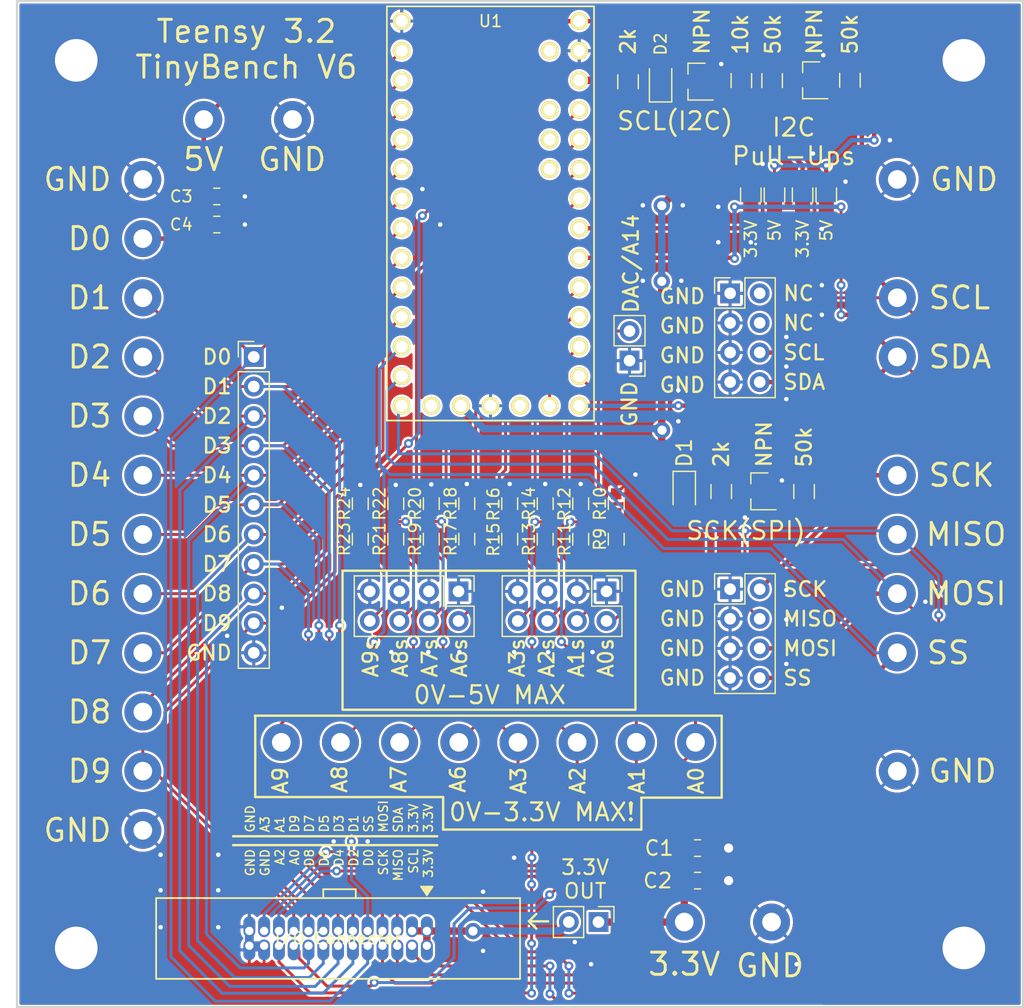
<source format=kicad_pcb>
(kicad_pcb (version 20211014) (generator pcbnew)
  (layers (0 "F.Cu" signal) (31 "B.Cu" signal) (34 "B.Paste" user) (35 "F.Paste" user) (36 "B.SilkS" user "B.Silkscreen") (37 "F.SilkS" user "F.Silkscreen") (38 "B.Mask" user) (39 "F.Mask" user) (44 "Edge.Cuts" user))
  (net 0 "")
  (net 1 "GND")
  (net 2 "SCL")
  (net 3 "SDA")
  (net 4 "+3.3V")
  (net 5 "Net-(D1-Pad1)")
  (net 6 "Net-(D2-Pad1)")
  (net 7 "MISO")
  (net 8 "SCK")
  (net 9 "MOSI")
  (net 10 "Net-(Q3-Pad2)")
  (net 11 "D0")
  (net 12 "D1")
  (net 13 "D2")
  (net 14 "D3")
  (net 15 "D4")
  (net 16 "D9")
  (net 17 "D8")
  (net 18 "D7")
  (net 19 "D6")
  (net 20 "D5")
  (net 21 "SS")
  (net 22 "Net-(D2-Pad2)")
  (net 23 "Net-(Q1-Pad2)")
  (net 24 "Net-(Q2-Pad3)")
  (net 25 "Net-(Q2-Pad2)")
  (net 26 "Net-(Q3-Pad3)")
  (net 27 "A1")
  (net 28 "A2")
  (net 29 "A0")
  (net 30 "A7")
  (net 31 "A6")
  (net 32 "A3")
  (net 33 "+3.3V_OUT")
  (net 36 "A3s")
  (net 37 "A2s")
  (net 38 "A1s")
  (net 39 "A0s")
  (net 40 "A9s")
  (net 41 "A8s")
  (net 42 "A7s")
  (net 43 "A6s")
  (net 44 "A8")
  (net 45 "A9")
  (net 48 "DAC_OUT")
  (net 53 "5V")
  (footprint "LED_SMD:LED_0805_2012Metric_Pad1.15x1.40mm_HandSolder" (layer "F.Cu") (at 135.382 100.0125 -90)
    (fp_text reference "D1")
    (fp_text value "LED")
  )
  (footprint "Rays Footprints:2N3904-SOT-23" (layer "F.Cu") (at 136.462199 64.694099 180)
    (fp_text reference "Q1" hide)
    (fp_text value "2N3904")
  )
  (footprint "Rays Footprints:R_0805_HandSoldering" (layer "F.Cu") (at 138.557 99.8855 90)
    (fp_text reference "R3" hide)
    (fp_text value "2k")
  )
  (footprint "Rays Footprints:R_0805_HandSoldering" (layer "F.Cu") (at 145.669 99.8855 -90)
    (fp_text reference "R8" hide)
    (fp_text value "50k")
  )
  (footprint "Rays Footprints:R_0805_HandSoldering" (layer "F.Cu") (at 140.2842 64.6049 -90)
    (fp_text reference "R6" hide)
    (fp_text value "10k")
  )
  (footprint "Rays Footprints:Mount-Hole-#6" (layer "F.Cu") (at 83.185 139.065)
    (fp_text reference "MTH2" hide)
    (fp_text value "Mount Hole")
  )
  (footprint "Rays Footprints:Keystone-5005" (layer "F.Cu") (at 135.382 136.8425 90)
    (fp_text reference "J24" hide)
    (fp_text value "Keystone")
  )
  (footprint "LED_SMD:LED_0805_2012Metric_Pad1.15x1.40mm_HandSolder" (layer "F.Cu") (at 133.35 64.5795 90)
    (fp_text reference "D2")
    (fp_text value "LED")
  )
  (footprint "Rays Footprints:Keystone-5005" (layer "F.Cu") (at 142.875 136.8425 90)
    (fp_text reference "J25" hide)
    (fp_text value "Keystone")
  )
  (footprint "Rays Footprints:R_0805_HandSoldering" (layer "F.Cu") (at 145.542 74.422 90)
    (fp_text reference "R4" hide)
    (fp_text value "4.7k")
  )
  (footprint "Rays Footprints:teensy3.2" (layer "F.Cu") (at 111.125 59.4995 -90)
    (fp_text reference "U1")
    (fp_text value "teensy3.2")
  )
  (footprint "Rays Footprints:Keystone-5005" (layer "F.Cu") (at 153.67 98.4885)
    (fp_text reference "J5" hide)
    (fp_text value "Keystone")
  )
  (footprint "Rays Footprints:Keystone-5005" (layer "F.Cu") (at 153.67 88.3285)
    (fp_text reference "J18" hide)
    (fp_text value "Keystone")
  )
  (footprint "Rays Footprints:Keystone-5005" (layer "F.Cu") (at 153.67 83.2485)
    (fp_text reference "J20" hide)
    (fp_text value "Keystone")
  )
  (footprint "Rays Footprints:Keystone-5005" (layer "F.Cu") (at 153.67 108.6485)
    (fp_text reference "J2" hide)
    (fp_text value "Keystone")
  )
  (footprint "Rays Footprints:Keystone-5005" (layer "F.Cu") (at 153.67 103.5685)
    (fp_text reference "J3" hide)
    (fp_text value "Keystone")
  )
  (footprint "Rays Footprints:Keystone-5005" (layer "F.Cu") (at 88.9 123.8885)
    (fp_text reference "J4" hide)
    (fp_text value "Keystone")
  )
  (footprint "Rays Footprints:Keystone-5005" (layer "F.Cu") (at 88.9 118.8085)
    (fp_text reference "J6" hide)
    (fp_text value "Keystone")
  )
  (footprint "Rays Footprints:Keystone-5005" (layer "F.Cu") (at 88.9 113.7285)
    (fp_text reference "J8" hide)
    (fp_text value "Keystone")
  )
  (footprint "Rays Footprints:Keystone-5005" (layer "F.Cu") (at 88.9 108.6485)
    (fp_text reference "J11" hide)
    (fp_text value "Keystone")
  )
  (footprint "Rays Footprints:Keystone-5005" (layer "F.Cu") (at 88.9 103.5685)
    (fp_text reference "J15" hide)
    (fp_text value "Keystone")
  )
  (footprint "Rays Footprints:Keystone-5005" (layer "F.Cu") (at 88.9 98.4885)
    (fp_text reference "J17" hide)
    (fp_text value "Keystone")
  )
  (footprint "Rays Footprints:Keystone-5005" (layer "F.Cu") (at 88.9 93.4085)
    (fp_text reference "J19" hide)
    (fp_text value "Keystone")
  )
  (footprint "Rays Footprints:Keystone-5005" (layer "F.Cu") (at 88.9 88.3285)
    (fp_text reference "J21" hide)
    (fp_text value "Keystone")
  )
  (footprint "Rays Footprints:Keystone-5005" (layer "F.Cu") (at 88.9 83.2485)
    (fp_text reference "J22" hide)
    (fp_text value "Keystone")
  )
  (footprint "Rays Footprints:Keystone-5005" (layer "F.Cu") (at 88.9 78.1685)
    (fp_text reference "J23" hide)
    (fp_text value "Keystone")
  )
  (footprint "Rays Footprints:C_0805_HandSoldering" (layer "F.Cu") (at 136.525 130.4925)
    (fp_text reference "C1")
    (fp_text value "100n")
  )
  (footprint "Rays Footprints:C_0805_HandSoldering" (layer "F.Cu") (at 136.525 133.2865)
    (fp_text reference "C2")
    (fp_text value "10uF")
  )
  (footprint "Rays Footprints:R_0805_HandSoldering" (layer "F.Cu") (at 141.097 74.422 90)
    (fp_text reference "R5" hide)
    (fp_text value "4.7k")
  )
  (footprint "Rays Footprints:R_0805_HandSoldering" (layer "F.Cu") (at 130.556 64.7065 -90)
    (fp_text reference "R1" hide)
    (fp_text value "2k")
  )
  (footprint "Rays Footprints:R_0805_HandSoldering" (layer "F.Cu") (at 142.9258 64.6049 90)
    (fp_text reference "R2" hide)
    (fp_text value "50k")
  )
  (footprint "Rays Footprints:2N3904-SOT-23" (layer "F.Cu") (at 146.304 64.5795 180)
    (fp_text reference "Q2" hide)
    (fp_text value "2N3904")
  )
  (footprint "Rays Footprints:2N3904-SOT-23" (layer "F.Cu") (at 141.859 99.866501 180)
    (fp_text reference "Q3" hide)
    (fp_text value "2N3904")
  )
  (footprint "Rays Footprints:Conn_Samtech_EHF-113-01-L-D" (layer "F.Cu") (at 113.284 137.6045 180)
    (fp_text reference "J14" hide)
    (fp_text value "I/O Connector")
  )
  (footprint "Rays Footprints:Keystone-5005" (layer "F.Cu") (at 88.9 128.9685)
    (fp_text reference "J26" hide)
    (fp_text value "Keystone")
  )
  (footprint "Rays Footprints:Keystone-5005" (layer "F.Cu") (at 153.67 73.0885)
    (fp_text reference "J28" hide)
    (fp_text value "Keystone")
  )
  (footprint "Rays Footprints:Keystone-5005" (layer "F.Cu") (at 88.9 73.0885)
    (fp_text reference "J29" hide)
    (fp_text value "Keystone")
  )
  (footprint "Rays Footprints:Mount-Hole-#6" (layer "F.Cu") (at 83.185 62.865)
    (fp_text reference "MTH1" hide)
    (fp_text value "Mount Hole")
  )
  (footprint "Rays Footprints:Mount-Hole-#6" (layer "F.Cu") (at 159.385 139.065)
    (fp_text reference "MTH4" hide)
    (fp_text value "Mount Hole")
  )
  (footprint "Rays Footprints:Mount-Hole-#6" (layer "F.Cu") (at 159.385 62.865)
    (fp_text reference "MTH3" hide)
    (fp_text value "Mount Hole")
  )
  (footprint "Rays Footprints:Keystone-5005" (layer "F.Cu") (at 153.67 123.8885)
    (fp_text reference "J27" hide)
    (fp_text value "Keystone")
  )
  (footprint "Rays Footprints:Keystone-5005" (layer "F.Cu") (at 153.67 113.7285)
    (fp_text reference "J1" hide)
    (fp_text value "Keystone")
  )
  (footprint "Rays Footprints:R_0805_HandSoldering" (layer "F.Cu") (at 149.606 64.5795 90)
    (fp_text reference "R7" hide)
    (fp_text value "50k")
  )
  (footprint "Connector_PinHeader_2.54mm:PinHeader_2x04_P2.54mm_Vertical" (layer "F.Cu") (at 139.319 82.8675)
    (fp_text reference "J33" hide)
    (fp_text value "I/O Connector")
  )
  (footprint "Connector_PinHeader_2.54mm:PinHeader_2x04_P2.54mm_Vertical" (layer "F.Cu") (at 139.319 108.2675)
    (fp_text reference "J32" hide)
    (fp_text value "I/O Connector")
  )
  (footprint "Connector_PinHeader_2.54mm:PinHeader_1x11_P2.54mm_Vertical" (layer "F.Cu") (at 98.425 88.3285)
    (fp_text reference "J10" hide)
    (fp_text value "I/O Connector")
  )
  (footprint "Connector_PinHeader_2.54mm:PinHeader_1x02_P2.54mm_Vertical" (layer "F.Cu") (at 128.016 136.8425 -90)
    (fp_text reference "J34" hide)
    (fp_text value "3.3V Jumper")
  )
  (footprint "Rays Footprints:R_0603_HandSoldering" (layer "F.Cu") (at 107.569 100.926 -90)
    (fp_text reference "R24")
    (fp_text value "30.1k")
  )
  (footprint "Connector_PinHeader_2.54mm:PinHeader_2x04_P2.54mm_Vertical" (layer "F.Cu") (at 128.7045 108.453 -90)
    (fp_text reference "J35" hide)
    (fp_text value "I/O Connector")
  )
  (footprint "Rays Footprints:Keystone-5005" (layer "F.Cu") (at 100.7872 121.412 90)
    (fp_text reference "J37" hide)
    (fp_text value "Keystone")
  )
  (footprint "Rays Footprints:Keystone-5005" (layer "F.Cu") (at 110.9472 121.412 90)
    (fp_text reference "J31" hide)
    (fp_text value "Keystone")
  )
  (footprint "Rays Footprints:C_0805_HandSoldering" (layer "F.Cu") (at 95.25 74.549)
    (fp_text reference "C3")
    (fp_text value "100n")
  )
  (footprint "Rays Footprints:R_0603_HandSoldering" (layer "F.Cu") (at 116.713 103.974 -90)
    (fp_text reference "R17")
    (fp_text value "15k")
  )
  (footprint "Rays Footprints:Keystone-5005" (layer "F.Cu") (at 136.3472 121.412 90)
    (fp_text reference "J7" hide)
    (fp_text value "Keystone")
  )
  (footprint "Rays Footprints:R_0603_HandSoldering" (layer "F.Cu") (at 110.617 103.974 -90)
    (fp_text reference "R21")
    (fp_text value "15k")
  )
  (footprint "Rays Footprints:R_0603_HandSoldering" (layer "F.Cu") (at 113.665 100.926 -90)
    (fp_text reference "R20")
    (fp_text value "30.1k")
  )
  (footprint "Rays Footprints:Keystone-5005" (layer "F.Cu") (at 101.75 67.945 90)
    (fp_text reference "J39" hide)
    (fp_text value "Keystone")
  )
  (footprint "Rays Footprints:R_0805_HandSoldering" (layer "F.Cu") (at 143.129 74.422 90)
    (fp_text reference "R25" hide)
    (fp_text value "4.7k")
  )
  (footprint "Rays Footprints:R_0603_HandSoldering" (layer "F.Cu") (at 120.396 100.926 -90)
    (fp_text reference "R16")
    (fp_text value "30.1k")
  )
  (footprint "Rays Footprints:R_0603_HandSoldering" (layer "F.Cu") (at 129.54 100.926 -90)
    (fp_text reference "R10")
    (fp_text value "30.1k")
  )
  (footprint "Rays Footprints:R_0603_HandSoldering" (layer "F.Cu") (at 116.713 100.926 -90)
    (fp_text reference "R18")
    (fp_text value "30.1k")
  )
  (footprint "Rays Footprints:Keystone-5005" (layer "F.Cu") (at 121.1072 121.412 90)
    (fp_text reference "J16" hide)
    (fp_text value "Keystone")
  )
  (footprint "Rays Footprints:Keystone-5005" (layer "F.Cu") (at 94.13 67.945 90)
    (fp_text reference "J38" hide)
    (fp_text value "Keystone")
  )
  (footprint "Rays Footprints:R_0603_HandSoldering" (layer "F.Cu") (at 110.617 100.926 -90)
    (fp_text reference "R22")
    (fp_text value "30.1k")
  )
  (footprint "Rays Footprints:R_0805_HandSoldering" (layer "F.Cu") (at 147.574 74.422 90)
    (fp_text reference "R26" hide)
    (fp_text value "4.7k")
  )
  (footprint "Connector_PinHeader_2.54mm:PinHeader_2x04_P2.54mm_Vertical" (layer "F.Cu") (at 116.0045 108.453 -90)
    (fp_text reference "J36" hide)
    (fp_text value "I/O Connector")
  )
  (footprint "Rays Footprints:Keystone-5005" (layer "F.Cu") (at 105.8672 121.412 90)
    (fp_text reference "J12" hide)
    (fp_text value "Keystone")
  )
  (footprint "Rays Footprints:R_0603_HandSoldering" (layer "F.Cu") (at 123.444 100.926 -90)
    (fp_text reference "R14")
    (fp_text value "30.1k")
  )
  (footprint "Rays Footprints:R_0603_HandSoldering" (layer "F.Cu") (at 126.492 100.926 -90)
    (fp_text reference "R12")
    (fp_text value "30.1k")
  )
  (footprint "Rays Footprints:Keystone-5005" (layer "F.Cu") (at 131.2672 121.412 90)
    (fp_text reference "J9" hide)
    (fp_text value "Keystone")
  )
  (footprint "Rays Footprints:R_0603_HandSoldering" (layer "F.Cu") (at 120.396 103.974 -90)
    (fp_text reference "R15")
    (fp_text value "15k")
  )
  (footprint "Rays Footprints:R_0603_HandSoldering" (layer "F.Cu") (at 107.569 103.974 -90)
    (fp_text reference "R23")
    (fp_text value "15k")
  )
  (footprint "Rays Footprints:Keystone-5005" (layer "F.Cu") (at 116.0272 121.412 90)
    (fp_text reference "J30" hide)
    (fp_text value "Keystone")
  )
  (footprint "Rays Footprints:Keystone-5005" (layer "F.Cu") (at 126.1872 121.412 90)
    (fp_text reference "J13" hide)
    (fp_text value "Keystone")
  )
  (footprint "Rays Footprints:R_0603_HandSoldering" (layer "F.Cu") (at 129.54 103.974 -90)
    (fp_text reference "R9")
    (fp_text value "15k")
  )
  (footprint "Rays Footprints:R_0603_HandSoldering" (layer "F.Cu") (at 123.444 103.974 -90)
    (fp_text reference "R13")
    (fp_text value "15k")
  )
  (footprint "Rays Footprints:R_0603_HandSoldering" (layer "F.Cu") (at 126.492 103.974 -90)
    (fp_text reference "R11")
    (fp_text value "15k")
  )
  (footprint "Connector_PinHeader_2.54mm:PinHeader_1x02_P2.54mm_Vertical" (layer "F.Cu") (at 130.683 88.646 180)
    (fp_text reference "J40" hide)
    (fp_text value "DAC OUT")
  )
  (footprint "Rays Footprints:C_0805_HandSoldering" (layer "F.Cu") (at 95.25 76.962)
    (fp_text reference "C4")
    (fp_text value "10uF")
  )
  (footprint "Rays Footprints:R_0603_HandSoldering" (layer "F.Cu") (at 113.665 103.974 -90)
    (fp_text reference "R19")
    (fp_text value "15k")
  )
  (gr_line (start 114.173 129.4765) (end 96.647 129.4765) (layer "F.SilkS") (width 0.2032))
  (gr_line (start 114.173 130.2385) (end 96.647 130.2385) (layer "F.SilkS") (width 0.2032))
  (gr_line (start 98.552 126.111) (end 98.552 119.126) (layer "F.SilkS") (width 0.2032))
  (gr_line (start 138.5951 119.126) (end 138.5951 126.1618) (layer "F.SilkS") (width 0.2032))
  (gr_rect (start 106.045 106.68) (end 131.191 118.618) (layer "F.SilkS") (width 0.2032) (fill none))
  (gr_line (start 114.681 128.905) (end 114.681 126.111) (layer "F.SilkS") (width 0.2032))
  (gr_line (start 131.699 128.905) (end 114.681 128.905) (layer "F.SilkS") (width 0.2032))
  (gr_line (start 114.681 126.111) (end 98.552 126.111) (layer "F.SilkS") (width 0.2032))
  (gr_line (start 131.699 126.1618) (end 131.699 128.905) (layer "F.SilkS") (width 0.2032))
  (gr_line (start 98.5139 119.126) (end 138.5951 119.126) (layer "F.SilkS") (width 0.2032))
  (gr_line (start 138.5951 126.1618) (end 131.699 126.1618) (layer "F.SilkS") (width 0.2032))
  (gr_line (start 122.047 136.779) (end 122.682 137.414) (layer "F.SilkS") (width 0.2032))
  (gr_line (start 122.047 136.779) (end 122.682 136.144) (layer "F.SilkS") (width 0.2032))
  (gr_line (start 123.698 136.779) (end 122.047 136.779) (layer "F.SilkS") (width 0.2032))
  (gr_line (start 78.105 57.785) (end 78.105 144.145) (layer "Edge.Cuts") (width 0.2))
  (gr_line (start 164.465 144.145) (end 164.465 57.785) (layer "Edge.Cuts") (width 0.2))
  (gr_line (start 78.105 144.145) (end 164.465 144.145) (layer "Edge.Cuts") (width 0.2))
  (gr_line (start 164.465 57.785) (end 78.105 57.785) (layer "Edge.Cuts") (width 0.2))
  (gr_text "SCK" (at 156.21 98.4885) (layer "F.SilkS") (effects (font (size 1.905 1.905) (thickness 0.254)) (justify left)))
  (gr_text "SCL(I2C)" (at 139.7 68.072) (layer "F.SilkS") (effects (font (size 1.524 1.524) (thickness 0.2032)) (justify right)))
  (gr_text "SCK(SPI)" (at 145.923 103.251) (layer "F.SilkS") (effects (font (size 1.524 1.524) (thickness 0.2032)) (justify right)))
  (gr_text "3.3V" (at 135.382 140.462) (layer "F.SilkS") (effects (font (size 1.905 1.905) (thickness 0.254))))
  (gr_text "GND" (at 142.748 140.589) (layer "F.SilkS") (effects (font (size 1.905 1.905) (thickness 0.254))))
  (gr_text "Teensy 3.2\nTinyBench V6" (at 97.79 61.9125) (layer "F.SilkS") (effects (font (size 1.905 1.905) (thickness 0.254))))
  (gr_text "SCL" (at 156.21 83.2485) (layer "F.SilkS") (effects (font (size 1.905 1.905) (thickness 0.254)) (justify left)))
  (gr_text "MISO" (at 163.195 103.5685) (layer "F.SilkS") (effects (font (size 1.905 1.905) (thickness 0.254)) (justify right)))
  (gr_text "SDA" (at 156.21 88.3285) (layer "F.SilkS") (effects (font (size 1.905 1.905) (thickness 0.254)) (justify left)))
  (gr_text "SS" (at 160.02 113.7285) (layer "F.SilkS") (effects (font (size 1.905 1.905) (thickness 0.254)) (justify right)))
  (gr_text "D9" (at 86.36 123.8885) (layer "F.SilkS") (effects (font (size 1.905 1.905) (thickness 0.254)) (justify right)))
  (gr_text "D8" (at 86.36 118.8085) (layer "F.SilkS") (effects (font (size 1.905 1.905) (thickness 0.254)) (justify right)))
  (gr_text "D7" (at 86.36 113.7285) (layer "F.SilkS") (effects (font (size 1.905 1.905) (thickness 0.254)) (justify right)))
  (gr_text "D6" (at 86.36 108.6485) (layer "F.SilkS") (effects (font (size 1.905 1.905) (thickness 0.254)) (justify right)))
  (gr_text "D5" (at 86.36 103.5685) (layer "F.SilkS") (effects (font (size 1.905 1.905) (thickness 0.254)) (justify right)))
  (gr_text "D4" (at 86.36 98.4885) (layer "F.SilkS") (effects (font (size 1.905 1.905) (thickness 0.254)) (justify right)))
  (gr_text "D3" (at 86.36 93.4085) (layer "F.SilkS") (effects (font (size 1.905 1.905) (thickness 0.254)) (justify right)))
  (gr_text "D2" (at 86.36 88.3285) (layer "F.SilkS") (effects (font (size 1.905 1.905) (thickness 0.254)) (justify right)))
  (gr_text "D1" (at 86.36 83.2485) (layer "F.SilkS") (effects (font (size 1.905 1.905) (thickness 0.254)) (justify right)))
  (gr_text "D0" (at 86.36 78.1685) (layer "F.SilkS") (effects (font (size 1.905 1.905) (thickness 0.254)) (justify right)))
  (gr_text "SCK" (at 143.764 108.2675) (layer "F.SilkS") (effects (font (size 1.27 1.27) (thickness 0.2032)) (justify left)))
  (gr_text "A0s" (at 128.651 115.951 90) (layer "F.SilkS") (effects (font (size 1.27 1.27) (thickness 0.2032)) (justify left)))
  (gr_text "A1s" (at 126.111 115.951 90) (layer "F.SilkS") (effects (font (size 1.27 1.27) (thickness 0.2032)) (justify left)))
  (gr_text "A2s" (at 123.571 115.951 90) (layer "F.SilkS") (effects (font (size 1.27 1.27) (thickness 0.2032)) (justify left)))
  (gr_text "A3s" (at 121.031 115.951 90) (layer "F.SilkS") (effects (font (size 1.27 1.27) (thickness 0.2032)) (justify left)))
  (gr_text "SDA" (at 143.764 90.4875) (layer "F.SilkS") (effects (font (size 1.27 1.27) (thickness 0.2032)) (justify left)))
  (gr_text "SCL" (at 143.764 87.9475) (layer "F.SilkS") (effects (font (size 1.27 1.27) (thickness 0.2032)) (justify left)))
  (gr_text "D0" (at 96.647 88.3285) (layer "F.SilkS") (effects (font (size 1.27 1.27) (thickness 0.2032)) (justify right)))
  (gr_text "D1" (at 96.647 90.8685) (layer "F.SilkS") (effects (font (size 1.27 1.27) (thickness 0.2032)) (justify right)))
  (gr_text "D2" (at 96.647 93.4085) (layer "F.SilkS") (effects (font (size 1.27 1.27) (thickness 0.2032)) (justify right)))
  (gr_text "D3" (at 96.647 95.9485) (layer "F.SilkS") (effects (font (size 1.27 1.27) (thickness 0.2032)) (justify right)))
  (gr_text "D4" (at 96.647 98.4885) (layer "F.SilkS") (effects (font (size 1.27 1.27) (thickness 0.2032)) (justify right)))
  (gr_text "D5" (at 96.647 101.0285) (layer "F.SilkS") (effects (font (size 1.27 1.27) (thickness 0.2032)) (justify right)))
  (gr_text "D6" (at 96.647 103.5685) (layer "F.SilkS") (effects (font (size 1.27 1.27) (thickness 0.2032)) (justify right)))
  (gr_text "D7" (at 96.647 106.1085) (layer "F.SilkS") (effects (font (size 1.27 1.27) (thickness 0.2032)) (justify right)))
  (gr_text "D8" (at 96.647 108.6485) (layer "F.SilkS") (effects (font (size 1.27 1.27) (thickness 0.2032)) (justify right)))
  (gr_text "D9" (at 96.647 111.1885) (layer "F.SilkS") (effects (font (size 1.27 1.27) (thickness 0.2032)) (justify right)))
  (gr_text "GND" (at 156.21 123.8885) (layer "F.SilkS") (effects (font (size 1.905 1.905) (thickness 0.254)) (justify left)))
  (gr_text "GND" (at 86.36 128.9685) (layer "F.SilkS") (effects (font (size 1.905 1.905) (thickness 0.254)) (justify right)))
  (gr_text "GND" (at 156.337 73.0885) (layer "F.SilkS") (effects (font (size 1.905 1.905) (thickness 0.254)) (justify left)))
  (gr_text "GND" (at 86.36 73.0885) (layer "F.SilkS") (effects (font (size 1.905 1.905) (thickness 0.254)) (justify right)))
  (gr_text "MOSI" (at 163.195 108.6485) (layer "F.SilkS") (effects (font (size 1.905 1.905) (thickness 0.254)) (justify right)))
  (gr_text "MISO" (at 143.764 110.8075) (layer "F.SilkS") (effects (font (size 1.27 1.27) (thickness 0.2032)) (justify left)))
  (gr_text "MOSI" (at 143.764 113.3475) (layer "F.SilkS") (effects (font (size 1.27 1.27) (thickness 0.2032)) (justify left)))
  (gr_text "SS" (at 143.764 115.8875) (layer "F.SilkS") (effects (font (size 1.27 1.27) (thickness 0.2032)) (justify left)))
  (gr_text "I2C\nPull-Ups" (at 144.78 69.85) (layer "F.SilkS") (effects (font (size 1.524 1.524) (thickness 0.2032))))
  (gr_text "3.3V" (at 113.411 129.2225 90) (layer "F.SilkS") (effects (font (size 0.762 0.762) (thickness 0.127)) (justify left)))
  (gr_text "3.3V" (at 113.411 130.4925 90) (layer "F.SilkS") (effects (font (size 0.762 0.762) (thickness 0.127)) (justify right)))
  (gr_text "3.3V" (at 112.141 129.2225 90) (layer "F.SilkS") (effects (font (size 0.762 0.762) (thickness 0.127)) (justify left)))
  (gr_text "SCL" (at 112.141 130.4925 90) (layer "F.SilkS") (effects (font (size 0.762 0.762) (thickness 0.127)) (justify right)))
  (gr_text "MISO" (at 110.8202 130.4925 90) (layer "F.SilkS") (effects (font (size 0.762 0.762) (thickness 0.127)) (justify right)))
  (gr_text "SDA" (at 110.8202 129.2225 90) (layer "F.SilkS") (effects (font (size 0.762 0.762) (thickness 0.127)) (justify left)))
  (gr_text "MOSI" (at 109.5502 129.2225 90) (layer "F.SilkS") (effects (font (size 0.762 0.762) (thickness 0.127)) (justify left)))
  (gr_text "SCK" (at 109.5502 130.4925 90) (layer "F.SilkS") (effects (font (size 0.762 0.762) (thickness 0.127)) (justify right)))
  (gr_text "D0" (at 108.2802 130.4925 90) (layer "F.SilkS") (effects (font (size 0.762 0.762) (thickness 0.127)) (justify right)))
  (gr_text "SS" (at 108.2802 129.2225 90) (layer "F.SilkS") (effects (font (size 0.762 0.762) (thickness 0.127)) (justify left)))
  (gr_text "D2" (at 107.0102 130.4925 90) (layer "F.SilkS") (effects (font (size 0.762 0.762) (thickness 0.127)) (justify right)))
  (gr_text "D4" (at 105.7402 130.4925 90) (layer "F.SilkS") (effects (font (size 0.762 0.762) (thickness 0.127)) (justify right)))
  (gr_text "D1" (at 107.0102 129.2225 90) (layer "F.SilkS") (effects (font (size 0.762 0.762) (thickness 0.127)) (justify left)))
  (gr_text "D3" (at 105.7402 129.2225 90) (layer "F.SilkS") (effects (font (size 0.762 0.762) (thickness 0.127)) (justify left)))
  (gr_text "D5" (at 104.4702 129.2225 90) (layer "F.SilkS") (effects (font (size 0.762 0.762) (thickness 0.127)) (justify left)))
  (gr_text "D7" (at 103.2002 129.2225 90) (layer "F.SilkS") (effects (font (size 0.762 0.762) (thickness 0.127)) (justify left)))
  (gr_text "D6" (at 104.4702 130.4925 90) (layer "F.SilkS") (effects (font (size 0.762 0.762) (thickness 0.127)) (justify right)))
  (gr_text "D8" (at 103.2002 130.4925 90) (layer "F.SilkS") (effects (font (size 0.762 0.762) (thickness 0.127)) (justify right)))
  (gr_text "A0" (at 101.9302 130.4925 90) (layer "F.SilkS") (effects (font (size 0.762 0.762) (thickness 0.127)) (justify right)))
  (gr_text "A2" (at 100.6602 130.4925 90) (layer "F.SilkS") (effects (font (size 0.762 0.762) (thickness 0.127)) (justify right)))
  (gr_text "D9" (at 101.9302 129.2225 90) (layer "F.SilkS") (effects (font (size 0.762 0.762) (thickness 0.127)) (justify left)))
  (gr_text "A1" (at 100.6602 129.2225 90) (layer "F.SilkS") (effects (font (size 0.762 0.762) (thickness 0.127)) (justify left)))
  (gr_text "A3" (at 99.3902 129.2225 90) (layer "F.SilkS") (effects (font (size 0.762 0.762) (thickness 0.127)) (justify left)))
  (gr_text "GND" (at 99.3902 130.4925 90) (layer "F.SilkS") (effects (font (size 0.762 0.762) (thickness 0.127)) (justify right)))
  (gr_text "GND" (at 98.1202 130.4925 90) (layer "F.SilkS") (effects (font (size 0.762 0.762) (thickness 0.127)) (justify right)))
  (gr_text "GND" (at 98.1202 129.2225 90) (layer "F.SilkS") (effects (font (size 0.762 0.762) (thickness 0.127)) (justify left)))
  (gr_text "GND" (at 96.647 113.7285) (layer "F.SilkS") (effects (font (size 1.27 1.27) (thickness 0.2032)) (justify right)))
  (gr_text "GND" (at 137.287 115.8875) (layer "F.SilkS") (effects (font (size 1.27 1.27) (thickness 0.2032)) (justify right)))
  (gr_text "GND" (at 137.287 113.3475) (layer "F.SilkS") (effects (font (size 1.27 1.27) (thickness 0.2032)) (justify right)))
  (gr_text "GND" (at 137.287 110.8075) (layer "F.SilkS") (effects (font (size 1.27 1.27) (thickness 0.2032)) (justify right)))
  (gr_text "GND" (at 137.287 108.2675) (layer "F.SilkS") (effects (font (size 1.27 1.27) (thickness 0.2032)) (justify right)))
  (gr_text "GND" (at 137.287 90.7415) (layer "F.SilkS") (effects (font (size 1.27 1.27) (thickness 0.2032)) (justify right)))
  (gr_text "GND" (at 137.287 83.1215) (layer "F.SilkS") (effects (font (size 1.27 1.27) (thickness 0.2032)) (justify right)))
  (gr_text "GND" (at 137.287 88.2015) (layer "F.SilkS") (effects (font (size 1.27 1.27) (thickness 0.2032)) (justify right)))
  (gr_text "GND" (at 137.287 85.6615) (layer "F.SilkS") (effects (font (size 1.27 1.27) (thickness 0.2032)) (justify right)))
  (gr_text "3.3V" (at 126.873 132.1435) (layer "F.SilkS") (effects (font (size 1.27 1.27) (thickness 0.1778))))
  (gr_text "OUT" (at 126.873 134.1755) (layer "F.SilkS") (effects (font (size 1.27 1.27) (thickness 0.1778))))
  (gr_text "3.3V" (at 141.097 76.454 90) (layer "F.SilkS") (effects (font (size 1.016 1.016) (thickness 0.1524)) (justify right)))
  (gr_text "50k" (at 143.002 62.484 90) (layer "F.SilkS") (effects (font (size 1.27 1.27) (thickness 0.2032)) (justify left)))
  (gr_text "2k" (at 138.557 97.917 90) (layer "F.SilkS") (effects (font (size 1.27 1.27) (thickness 0.2032)) (justify left)))
  (gr_text "A2" (at 126.238 125.984 90) (layer "F.SilkS") (effects (font (size 1.27 1.27) (thickness 0.2032)) (justify left)))
  (gr_text "0V-5V MAX" (at 112.014 117.348) (layer "F.SilkS") (effects (font (size 1.524 1.524) (thickness 0.2032)) (justify left)))
  (gr_text "3.3V" (at 145.542 76.454 90) (layer "F.SilkS") (effects (font (size 1.016 1.016) (thickness 0.1524)) (justify right)))
  (gr_text "NPN" (at 136.906 62.484 90) (layer "F.SilkS") (effects (font (size 1.27 1.27) (thickness 0.2032)) (justify left)))
  (gr_text "0V-3.3V MAX!" (at 115.062 127.4064) (layer "F.SilkS") (effects (font (size 1.524 1.524) (thickness 0.2032)) (justify left)))
  (gr_text "A8" (at 105.791 125.857 90) (layer "F.SilkS") (effects (font (size 1.27 1.27) (thickness 0.2032)) (justify left)))
  (gr_text "NPN" (at 142.24 97.917 90) (layer "F.SilkS") (effects (font (size 1.27 1.27) (thickness 0.2032)) (justify left)))
  (gr_text "A9s" (at 108.458 115.951 90) (layer "F.SilkS") (effects (font (size 1.27 1.27) (thickness 0.2032)) (justify left)))
  (gr_text "NPN" (at 146.558 62.484 90) (layer "F.SilkS") (effects (font (size 1.27 1.27) (thickness 0.2032)) (justify left)))
  (gr_text "A7s" (at 113.538 115.951 90) (layer "F.SilkS") (effects (font (size 1.27 1.27) (thickness 0.2032)) (justify left)))
  (gr_text "A1" (at 131.318 125.984 90) (layer "F.SilkS") (effects (font (size 1.27 1.27) (thickness 0.2032)) (justify left)))
  (gr_text "2k" (at 130.556 62.484 90) (layer "F.SilkS") (effects (font (size 1.27 1.27) (thickness 0.2032)) (justify left)))
  (gr_text "A8s" (at 110.998 115.951 90) (layer "F.SilkS") (effects (font (size 1.27 1.27) (thickness 0.2032)) (justify left)))
  (gr_text "NC" (at 143.764 85.4075) (layer "F.SilkS") (effects (font (size 1.27 1.27) (thickness 0.2032)) (justify left)))
  (gr_text "DAC/A14" (at 130.81 75.946 90) (layer "F.SilkS") (effects (font (size 1.27 1.27) (thickness 0.2032)) (justify right)))
  (gr_text "NC" (at 143.764 82.8675) (layer "F.SilkS") (effects (font (size 1.27 1.27) (thickness 0.2032)) (justify left)))
  (gr_text "5V" (at 147.574 76.454 90) (layer "F.SilkS") (effects (font (size 1.016 1.016) (thickness 0.1524)) (justify right)))
  (gr_text "A6" (at 115.951 125.857 90) (layer "F.SilkS") (effects (font (size 1.27 1.27) (thickness 0.2032)) (justify left)))
  (gr_text "A6s" (at 116.078 115.951 90) (layer "F.SilkS") (effects (font (size 1.27 1.27) (thickness 0.2032)) (justify left)))
  (gr_text "GND" (at 101.727 71.374) (layer "F.SilkS") (effects (font (size 1.905 1.905) (thickness 0.254))))
  (gr_text "50k" (at 145.669 97.917 90) (layer "F.SilkS") (effects (font (size 1.27 1.27) (thickness 0.2032)) (justify left)))
  (gr_text "A3" (at 121.158 125.984 90) (layer "F.SilkS") (effects (font (size 1.27 1.27) (thickness 0.2032)) (justify left)))
  (gr_text "5V" (at 143.129 76.454 90) (layer "F.SilkS") (effects (font (size 1.016 1.016) (thickness 0.1524)) (justify right)))
  (gr_text "A9" (at 100.711 125.984 90) (layer "F.SilkS") (effects (font (size 1.27 1.27) (thickness 0.2032)) (justify left)))
  (gr_text "5V" (at 94.107 71.374) (layer "F.SilkS") (effects (font (size 1.905 1.905) (thickness 0.254))))
  (gr_text "A0" (at 136.398 125.984 90) (layer "F.SilkS") (effects (font (size 1.27 1.27) (thickness 0.2032)) (justify left)))
  (gr_text "A7" (at 110.871 125.857 90) (layer "F.SilkS") (effects (font (size 1.27 1.27) (thickness 0.2032)) (justify left)))
  (gr_text "10k" (at 140.208 62.484 90) (layer "F.SilkS") (effects (font (size 1.27 1.27) (thickness 0.2032)) (justify left)))
  (gr_text "50k" (at 149.606 62.484 90) (layer "F.SilkS") (effects (font (size 1.27 1.27) (thickness 0.2032)) (justify left)))
  (gr_text "GND" (at 130.683 90.297 90) (layer "F.SilkS") (effects (font (size 1.27 1.27) (thickness 0.2032)) (justify right)))
  (segment (start 95.377 137.287) (end 90.424 137.287) (width 0.254) (layer "F.Cu") (net 1))
  (segment (start 113.665 99.275) (end 113.665 100.076) (width 0.254) (layer "F.Cu") (net 1))
  (segment (start 116.713 100.076) (end 116.713 99.236) (width 0.254) (layer "F.Cu") (net 1))
  (segment (start 137.995401 63.744099) (end 138.557 63.1825) (width 0.381) (layer "F.Cu") (net 1))
  (segment (start 110.617 99.314) (end 110.617 100.076) (width 0.254) (layer "F.Cu") (net 1))
  (segment (start 137.668 130.4925) (end 139.192 130.4925) (width 0.762) (layer "F.Cu") (net 1))
  (segment (start 147.304 62.4365) (end 147.32 62.4205) (width 0.508) (layer "F.Cu") (net 1))
  (segment (start 95.377 134.112) (end 90.424 134.112) (width 0.254) (layer "F.Cu") (net 1))
  (segment (start 131.191 98.425) (end 129.54 100.076) (width 0.254) (layer "F.Cu") (net 1))
  (segment (start 123.444 99.236) (end 123.444 100.076) (width 0.254) (layer "F.Cu") (net 1))
  (segment (start 96.393 76.962) (end 97.663 76.962) (width 0.254) (layer "F.Cu") (net 1))
  (segment (start 90.424 131.064) (end 95.377 131.064) (width 0.254) (layer "F.Cu") (net 1))
  (segment (start 143.747501 98.916501) (end 142.859 98.916501) (width 0.508) (layer "F.Cu") (net 1))
  (segment (start 126.492 99.236) (end 126.492 100.076) (width 0.254) (layer "F.Cu") (net 1))
  (segment (start 120.396 100.076) (end 120.396 99.236) (width 0.254) (layer "F.Cu") (net 1))
  (segment (start 147.304 63.6295) (end 147.304 62.4365) (width 0.381) (layer "F.Cu") (net 1))
  (segment (start 137.462199 63.744099) (end 137.995401 63.744099) (width 0.381) (layer "F.Cu") (net 1))
  (segment (start 96.393 74.549) (end 97.663 74.549) (width 0.254) (layer "F.Cu") (net 1))
  (segment (start 137.668 133.2865) (end 139.192 133.2865) (width 0.762) (layer "F.Cu") (net 1))
  (segment (start 107.569 99.314) (end 107.569 100.076) (width 0.254) (layer "F.Cu") (net 1))
  (segment (start 143.764 98.933) (end 143.747501 98.916501) (width 0.508) (layer "F.Cu") (net 1))
  (via (at 105.283 129.921) (size 0.762) (drill 0.381) (layers "F.Cu" "B.Cu") (net 1))
  (via (at 147.193 84.709) (size 0.762) (drill 0.381) (layers "F.Cu" "B.Cu") (net 1))
  (via (at 120.396 99.236) (size 0.762) (drill 0.381) (layers "F.Cu" "B.Cu") (net 1))
  (via (at 114.427 76.962) (size 0.762) (drill 0.381) (layers "F.Cu" "B.Cu") (net 1))
  (via (at 144.145 114.681) (size 0.762) (drill 0.381) (layers "F.Cu" "B.Cu") (net 1))
  (via (at 147.193 82.169) (size 0.762) (drill 0.381) (layers "F.Cu" "B.Cu") (net 1))
  (via (at 110.617 99.314) (size 0.762) (drill 0.381) (layers "F.Cu" "B.Cu") (net 1))
  (via (at 123.444 99.236) (size 0.762) (drill 0.381) (layers "F.Cu" "B.Cu") (net 1))
  (via (at 123.698 113.665) (size 0.762) (drill 0.381) (layers "F.Cu" "B.Cu") (net 1))
  (via (at 144.145 86.614) (size 0.762) (drill 0.381) (layers "F.Cu" "B.Cu") (net 1))
  (via (at 141.097 78.486) (size 0.762) (drill 0.381) (layers "F.Cu" "B.Cu") (net 1))
  (via (at 112.903 73.914) (size 0.762) (drill 0.381) (layers "F.Cu" "B.Cu") (net 1))
  (via (at 138.303 78.486) (size 0.762) (drill 0.381) (layers "F.Cu" "B.Cu") (net 1))
  (via (at 110.236 113.665) (size 0.762) (drill 0.381) (layers "F.Cu" "B.Cu") (net 1))
  (via (at 95.377 137.287) (size 0.762) (drill 0.381) (layers "F.Cu" "B.Cu") (net 1))
  (via (at 125.984 138.557) (size 0.762) (drill 0.381) (layers "F.Cu" "B.Cu") (net 1))
  (via (at 120.777 113.665) (size 0.762) (drill 0.381) (layers "F.Cu" "B.Cu") (net 1))
  (via (at 149.225 73.279) (size 0.762) (drill 0.381) (layers "F.Cu" "B.Cu") (net 1))
  (via (at 118.11 139.319) (size 0.762) (drill 0.381) (layers "F.Cu" "B.Cu") (net 1))
  (via (at 127.508 113.665) (size 0.762) (drill 0.381) (layers "F.Cu" "B.Cu") (net 1))
  (via (at 139.192 133.2865) (size 1.397) (drill 0.7874) (layers "F.Cu" "B.Cu") (net 1))
  (via (at 95.377 131.064) (size 0.762) (drill 0.381) (layers "F.Cu" "B.Cu") (net 1))
  (via (at 90.424 137.287) (size 0.762) (drill 0.381) (layers "F.Cu" "B.Cu") (net 1))
  (via (at 144.145 110.871) (size 0.762) (drill 0.381) (layers "F.Cu" "B.Cu") (net 1))
  (via (at 131.191 98.425) (size 0.762) (drill 0.381) (layers "F.Cu" "B.Cu") (net 1))
  (via (at 134.874 93.853) (size 0.762) (drill 0.381) (layers "F.Cu" "B.Cu") (net 1))
  (via (at 146.431 70.866) (size 0.762) (drill 0.381) (layers "F.Cu" "B.Cu") (net 1))
  (via (at 118.11 134.239) (size 0.762) (drill 0.381) (layers "F.Cu" "B.Cu") (net 1))
  (via (at 116.078 113.665) (size 0.762) (drill 0.381) (layers "F.Cu" "B.Cu") (net 1))
  (via (at 138.303 75.438) (size 0.762) (drill 0.381) (layers "F.Cu" "B.Cu") (net 1))
  (via (at 97.663 76.962) (size 0.762) (drill 0.381) (layers "F.Cu" "B.Cu") (net 1))
  (via (at 140.589 102.108) (size 0.762) (drill 0.381) (layers "F.Cu" "B.Cu") (net 1))
  (via (at 153.035 69.723) (size 0.762) (drill 0.381) (layers "F.Cu" "B.Cu") (net 1))
  (via (at 116.713 99.236) (size 0.762) (drill 0.381) (layers "F.Cu" "B.Cu") (net 1))
  (via (at 135.128 81.788) (size 0.762) (drill 0.381) (layers "F.Cu" "B.Cu") (net 1))
  (via (at 145.034 140.462) (size 0.762) (drill 0.381) (layers "F.Cu" "B.Cu") (net 1))
  (via (at 90.424 134.112) (size 0.762) (drill 0.381) (layers "F.Cu" "B.Cu") (net 1))
  (via (at 120.777 131.318) (size 0.762) (drill 0.381) (layers "F.Cu" "B.Cu") (net 1))
  (via (at 156.083 109.347) (size 0.762) (drill 0.381) (layers "F.Cu" "B.Cu") (net 1))
  (via (at 143.764 98.933) (size 0.762) (drill 0.381) (layers "F.Cu" "B.Cu") (net 1))
  (via (at 113.411 113.665) (size 0.762) (drill 0.381) (layers "F.Cu" "B.Cu") (net 1))
  (via (at 135.255 75.311) (size 0.762) (drill 0.381) (layers "F.Cu" "B.Cu") (net 1))
  (via (at 108.204 129.921) (size 0.762) (drill 0.381) (layers "F.Cu" "B.Cu") (net 1))
  (via (at 90.424 131.064) (size 0.762) (drill 0.381) (layers "F.Cu" "B.Cu") (net 1))
  (via (at 144.145 91.948) (size 0.762) (drill 0.381) (layers "F.Cu" "B.Cu") (net 1))
  (via (at 96.139 112.268) (size 0.762) (drill 0.381) (layers "F.Cu" "B.Cu") (net 1))
  (via (at 126.492 99.236) (size 0.762) (drill 0.381) (layers "F.Cu" "B.Cu") (net 1))
  (via (at 113.665 99.275) (size 0.762) (drill 0.381) (layers "F.Cu" "B.Cu") (net 1))
  (via (at 127.381 140.462) (size 0.762) (drill 0.381) (layers "F.Cu" "B.Cu") (net 1))
  (via (at 139.192 130.4925) (size 1.397) (drill 0.7874) (layers "F.Cu" "B.Cu") (net 1))
  (via (at 134.874 91.186) (size 0.762) (drill 0.381) (layers "F.Cu" "B.Cu") (net 1))
  (via (at 107.569 99.314) (size 0.762) (drill 0.381) (layers "F.Cu" "B.Cu") (net 1))
  (via (at 97.663 74.549) (size 0.762) (drill 0.381) (layers "F.Cu" "B.Cu") (net 1))
  (via (at 131.826 75.311) (size 0.762) (drill 0.381) (layers "F.Cu" "B.Cu") (net 1))
  (via (at 95.377 134.112) (size 0.762) (drill 0.381) (layers "F.Cu" "B.Cu") (net 1))
  (via (at 100.838 109.855) (size 0.762) (drill 0.381) (layers "F.Cu" "B.Cu") (net 1))
  (via (at 138.557 63.1825) (size 0.762) (drill 0.381) (layers "F.Cu" "B.Cu") (net 1))
  (via (at 147.32 62.4205) (size 0.762) (drill 0.381) (layers "F.Cu" "B.Cu") (net 1))
  (via (at 144.145 89.154) (size 0.762) (drill 0.381) (layers "F.Cu" "B.Cu") (net 1))
  (via (at 147.193 77.343) (size 0.762) (drill 0.381) (layers "F.Cu" "B.Cu") (net 1))
  (via (at 144.145 108.331) (size 0.762) (drill 0.381) (layers "F.Cu" "B.Cu") (net 1))
  (via (at 131.826 81.788) (size 0.762) (drill 0.381) (layers "F.Cu" "B.Cu") (net 1))
  (via (at 142.113 71.755) (size 0.762) (drill 0.381) (layers "F.Cu" "B.Cu") (net 1))
  (segment (start 99.314 138.8745) (end 98.044 138.8745) (width 0.762) (layer "B.Cu") (net 1))
  (segment (start 98.044 137.6045) (end 98.044 138.8745) (width 0.762) (layer "B.Cu") (net 1))
  (segment (start 146.8628 143.6624) (end 160.274 130.2512) (width 0.254) (layer "F.Cu") (net 2))
  (segment (start 145.542 75.572) (end 145.542 83.185) (width 0.381) (layer "F.Cu") (net 2))
  (segment (start 153.67 83.2485) (end 150.622 80.2005) (width 0.381) (layer "F.Cu") (net 2))
  (segment (start 160.274 130.2512) (end 160.274 89.8525) (width 0.254) (layer "F.Cu") (net 2))
  (segment (start 145.542 83.185) (end 145.542 87.9475) (width 0.381) (layer "F.Cu") (net 2))
  (segment (start 126.365 77.2795) (end 145.542 77.2795) (width 0.381) (layer "F.Cu") (net 2))
  (segment (start 143.129 75.572) (end 145.542 75.572) (width 0.254) (layer "F.Cu") (net 2))
  (segment (start 145.542 87.9475) (end 141.859 87.9475) (width 0.381) (layer "F.Cu") (net 2))
  (segment (start 123.8504 143.002) (end 124.5108 143.6624) (width 0.254) (layer "F.Cu") (net 2))
  (segment (start 112.014 138.8745) (end 112.014 139.489893) (width 0.254) (layer "F.Cu") (net 2))
  (segment (start 112.014 139.489893) (end 113.138507 140.6144) (width 0.254) (layer "F.Cu") (net 2))
  (segment (start 113.138507 140.6144) (end 123.8504 140.6144) (width 0.254) (layer "F.Cu") (net 2))
  (segment (start 150.622 80.2005) (end 150.622 66.7455) (width 0.381) (layer "F.Cu") (net 2))
  (segment (start 124.5108 143.6624) (end 146.8628 143.6624) (width 0.254) (layer "F.Cu") (net 2))
  (segment (start 160.274 89.8525) (end 153.67 83.2485) (width 0.254) (layer "F.Cu") (net 2))
  (segment (start 153.67 83.2485) (end 145.6055 83.2485) (width 0.254) (layer "F.Cu") (net 2))
  (segment (start 145.542 77.2795) (end 145.542 75.572) (width 0.381) (layer "F.Cu") (net 2))
  (segment (start 150.622 66.7455) (end 149.606 65.7295) (width 0.381) (layer "F.Cu") (net 2))
  (segment (start 145.6055 83.2485) (end 145.542 83.185) (width 0.254) (layer "F.Cu") (net 2))
  (via (at 123.8504 140.6144) (size 0.762) (drill 0.381) (layers "F.Cu" "B.Cu") (net 2))
  (via (at 123.8504 143.002) (size 0.762) (drill 0.381) (layers "F.Cu" "B.Cu") (net 2))
  (segment (start 123.8504 143.002) (end 123.8504 140.6144) (width 0.254) (layer "B.Cu") (net 2))
  (segment (start 121.13212 139.92812) (end 116.4844 135.2804) (width 0.254) (layer "F.Cu") (net 3))
  (segment (start 146.6596 142.9512) (end 159.258 130.3528) (width 0.254) (layer "F.Cu") (net 3))
  (segment (start 139.7 75.438) (end 140.963 75.438) (width 0.254) (layer "F.Cu") (net 3))
  (segment (start 111.4044 135.2804) (end 110.744 135.9408) (width 0.254) (layer "F.Cu") (net 3))
  (segment (start 110.744 135.9408) (end 110.744 137.6045) (width 0.254) (layer "F.Cu") (net 3))
  (segment (start 125.476 142.9512) (end 146.6596 142.9512) (width 0.254) (layer "F.Cu") (net 3))
  (segment (start 125.476 140.6144) (end 124.78972 139.92812) (width 0.254) (layer "F.Cu") (net 3))
  (segment (start 124.78972 139.92812) (end 121.13212 139.92812) (width 0.254) (layer "F.Cu") (net 3))
  (segment (start 116.4844 135.2804) (end 111.4044 135.2804) (width 0.254) (layer "F.Cu") (net 3))
  (segment (start 139.6365 79.8195) (end 126.365 79.8195) (width 0.381) (layer "F.Cu") (net 3))
  (segment (start 141.859 90.4875) (end 151.511 90.4875) (width 0.381) (layer "F.Cu") (net 3))
  (segment (start 148.844 82.169) (end 148.844 75.438) (width 0.254) (layer "F.Cu") (net 3))
  (segment (start 139.7 79.883) (end 139.6365 79.8195) (width 0.381) (layer "F.Cu") (net 3))
  (segment (start 148.844 75.438) (end 147.708 75.438) (width 0.254) (layer "F.Cu") (net 3))
  (segment (start 140.963 75.438) (end 141.097 75.572) (width 0.254) (layer "F.Cu") (net 3))
  (segment (start 151.511 90.4875) (end 153.67 88.3285) (width 0.381) (layer "F.Cu") (net 3))
  (segment (start 148.844 84.709) (end 150.0505 84.709) (width 0.381) (layer "F.Cu") (net 3))
  (segment (start 147.708 75.438) (end 147.574 75.572) (width 0.254) (layer "F.Cu") (net 3))
  (segment (start 159.409919 103.975759) (end 159.409919 94.068419) (width 0.254) (layer "F.Cu") (net 3))
  (segment (start 150.0505 84.709) (end 153.67 88.3285) (width 0.381) (layer "F.Cu") (net 3))
  (segment (start 159.258 104.127678) (end 159.409919 103.975759) (width 0.254) (layer "F.Cu") (net 3))
  (segment (start 159.258 130.3528) (end 159.258 104.127678) (width 0.254) (layer "F.Cu") (net 3))
  (segment (start 159.409919 94.068419) (end 153.67 88.3285) (width 0.254) (layer "F.Cu") (net 3))
  (via (at 139.7 75.438) (size 0.762) (drill 0.381) (layers "F.Cu" "B.Cu") (net 3))
  (via (at 125.476 142.9512) (size 0.762) (drill 0.381) (layers "F.Cu" "B.Cu") (net 3))
  (via (at 139.7 79.883) (size 0.762) (drill 0.381) (layers "F.Cu" "B.Cu") (net 3))
  (via (at 148.844 75.438) (size 0.762) (drill 0.381) (layers "F.Cu" "B.Cu") (net 3))
  (via (at 125.476 140.6144) (size 0.762) (drill 0.381) (layers "F.Cu" "B.Cu") (net 3))
  (via (at 148.844 84.709) (size 0.762) (drill 0.381) (layers "F.Cu" "B.Cu") (net 3))
  (via (at 148.844 82.169) (size 0.762) (drill 0.381) (layers "F.Cu" "B.Cu") (net 3))
  (segment (start 139.7 79.883) (end 139.7 75.438) (width 0.381) (layer "B.Cu") (net 3))
  (segment (start 125.476 142.9512) (end 125.476 140.6144) (width 0.254) (layer "B.Cu") (net 3))
  (segment (start 148.844 82.169) (end 148.844 84.709) (width 0.254) (layer "B.Cu") (net 3))
  (segment (start 139.7 75.438) (end 148.844 75.438) (width 0.381) (layer "B.Cu") (net 3))
  (segment (start 134.4385 101.0375) (end 135.382 101.0375) (width 0.635) (layer "F.Cu") (net 4))
  (segment (start 135.382 137.4775) (end 135.382 133.2865) (width 0.635) (layer "F.Cu") (net 4))
  (segment (start 144.526 70.866) (end 145.542 71.882) (width 0.381) (layer "F.Cu") (net 4))
  (segment (start 145.542 71.882) (end 145.542 73.272) (width 0.381) (layer "F.Cu") (net 4))
  (segment (start 141.097 70.866) (end 141.097 68.326) (width 0.635) (layer "F.Cu") (net 4))
  (segment (start 127.7055 64.5865) (end 128.9755 65.8565) (width 0.635) (layer "F.Cu") (net 4))
  (segment (start 137.668 116.713) (end 139.192 118.237) (width 0.635) (layer "F.Cu") (net 4))
  (segment (start 141.6812 68.2625) (end 141.0716 68.2625) (width 0.381) (layer "F.Cu") (net 4))
  (segment (start 141.097 70.866) (end 144.526 70.866) (width 0.381) (layer "F.Cu") (net 4))
  (segment (start 133.4516 100.0506) (end 134.4385 101.0375) (width 0.635) (layer "F.Cu") (net 4))
  (segment (start 133.4516 81.8388) (end 133.4516 100.0506) (width 0.635) (layer "F.Cu") (net 4))
  (segment (start 139.192 125.6665) (end 135.382 129.4765) (width 0.635) (layer "F.Cu") (net 4))
  (segment (start 141.097 73.272) (end 141.097 70.866) (width 0.635) (layer "F.Cu") (net 4))
  (segment (start 135.516 73.272) (end 141.097 73.272) (width 0.635) (layer "F.Cu") (net 4))
  (segment (start 141.097 68.326) (end 141.1605 68.2625) (width 0.635) (layer "F.Cu") (net 4))
  (segment (start 135.382 101.0375) (end 137.668 103.3235) (width 0.635) (layer "F.Cu") (net 4))
  (segment (start 133.4516 75.3364) (end 135.516 73.272) (width 0.635) (layer "F.Cu") (net 4))
  (segment (start 141.1605 68.2625) (end 130.556 68.2625) (width 0.635) (layer "F.Cu") (net 4))
  (segment (start 142.9385 67.0052) (end 141.6812 68.2625) (width 0.381) (layer "F.Cu") (net 4))
  (segment (start 130.556 68.2625) (end 130.556 65.8565) (width 0.635) (layer "F.Cu") (net 4))
  (segment (start 126.372 64.5865) (end 127.7055 64.5865) (width 0.635) (layer "F.Cu") (net 4))
  (segment (start 126.365 64.5795) (end 126.372 64.5865) (width 0.635) (layer "F.Cu") (net 4))
  (segment (start 128.9755 65.8565) (end 130.556 65.8565) (width 0.635) (layer "F.Cu") (net 4))
  (segment (start 137.668 103.3235) (end 137.668 116.713) (width 0.635) (layer "F.Cu") (net 4))
  (segment (start 135.382 133.2865) (end 135.382 129.4765) (width 0.635) (layer "F.Cu") (net 4))
  (segment (start 142.9258 65.7549) (end 142.9258 67.0052) (width 0.381) (layer "F.Cu") (net 4))
  (segment (start 139.192 118.237) (end 139.192 125.6665) (width 0.635) (layer "F.Cu") (net 4))
  (segment (start 128.016 136.8425) (end 135.382 136.8425) (width 0.635) (layer "F.Cu") (net 4))
  (via (at 133.4516 75.3364) (size 1.397) (drill 0.7874) (layers "F.Cu" "B.Cu") (net 4))
  (via (at 133.477 94.615) (size 1.397) (drill 0.7874) (layers "F.Cu" "B.Cu") (net 4))
  (via (at 133.4516 81.8388) (size 1.397) (drill 0.7874) (layers "F.Cu" "B.Cu") (net 4))
  (segment (start 133.477 94.488) (end 118.1735 94.488) (width 0.635) (layer "B.Cu") (net 4))
  (segment (start 133.4516 81.8388) (end 133.4516 75.3364) (width 0.635) (layer "B.Cu") (net 4))
  (segment (start 118.1735 94.488) (end 116.205 92.5195) (width 0.635) (layer "B.Cu") (net 4))
  (segment (start 138.305 98.9875) (end 138.557 98.7355) (width 0.381) (layer "F.Cu") (net 5))
  (segment (start 135.382 98.9875) (end 138.305 98.9875) (width 0.381) (layer "F.Cu") (net 5))
  (segment (start 134.551798 65.6045) (end 135.462199 64.694099) (width 0.381) (layer "F.Cu") (net 6))
  (segment (start 133.35 65.6045) (end 134.551798 65.6045) (width 0.381) (layer "F.Cu") (net 6))
  (segment (start 146.2024 141.3764) (end 157.226 130.3528) (width 0.254) (layer "F.Cu") (net 7))
  (segment (start 111.6299 141.3764) (end 146.2024 141.3764) (width 0.254) (layer "F.Cu") (net 7))
  (segment (start 140.589 109.5375) (end 141.859 110.8075) (width 0.254) (layer "F.Cu") (net 7))
  (segment (start 157.226 130.3528) (end 157.226 110.49) (width 0.254) (layer "F.Cu") (net 7))
  (segment (start 140.589 103.251) (end 140.589 109.5375) (width 0.254) (layer "F.Cu") (net 7))
  (segment (start 110.744 139.5095) (end 110.744 140.4905) (width 0.254) (layer "F.Cu") (net 7))
  (segment (start 110.744 140.4905) (end 111.6299 141.3764) (width 0.254) (layer "F.Cu") (net 7))
  (via (at 157.226 110.49) (size 0.762) (drill 0.381) (layers "F.Cu" "B.Cu") (net 7))
  (via (at 140.589 103.251) (size 0.762) (drill 0.381) (layers "F.Cu" "B.Cu") (net 7))
  (segment (start 157.226 110.49) (end 157.226 107.1245) (width 0.254) (layer "B.Cu") (net 7))
  (segment (start 153.3525 103.251) (end 153.67 103.5685) (width 0.254) (layer "B.Cu") (net 7))
  (segment (start 127.74081 96.647) (end 134.34481 103.251) (width 0.254) (layer "B.Cu") (net 7))
  (segment (start 110.8456 96.6216) (end 110.871 96.647) (width 0.254) (layer "B.Cu") (net 7))
  (segment (start 111.125 92.5195) (end 110.8456 92.7989) (width 0.254) (layer "B.Cu") (net 7))
  (segment (start 110.871 96.647) (end 127.74081 96.647) (width 0.254) (layer "B.Cu") (net 7))
  (segment (start 134.34481 103.251) (end 153.3525 103.251) (width 0.254) (layer "B.Cu") (net 7))
  (segment (start 157.226 107.1245) (end 153.67 103.5685) (width 0.254) (layer "B.Cu") (net 7))
  (segment (start 110.8456 92.7989) (end 110.8456 96.6216) (width 0.254) (layer "B.Cu") (net 7))
  (segment (start 158.242 130.3528) (end 158.242 109.248696) (width 0.254) (layer "F.Cu") (net 8))
  (segment (start 141.859 108.2675) (end 151.638 98.4885) (width 0.381) (layer "F.Cu") (net 8))
  (segment (start 155.165304 106.172) (end 143.9545 106.172) (width 0.254) (layer "F.Cu") (net 8))
  (segment (start 151.765 98.4885) (end 153.67 98.4885) (width 0.381) (layer "F.Cu") (net 8))
  (segment (start 151.638 98.4885) (end 153.67 98.4885) (width 0.381) (layer "F.Cu") (net 8))
  (segment (start 109.474 138.8745) (end 109.474 141.0208) (width 0.254) (layer "F.Cu") (net 8))
  (segment (start 145.669 98.7355) (end 145.916 98.4885) (width 0.254) (layer "F.Cu") (net 8))
  (segment (start 158.242 109.248696) (end 155.165304 106.172) (width 0.254) (layer "F.Cu") (net 8))
  (segment (start 139.4403 92.5068) (end 145.669 98.7355) (width 0.381) (layer "F.Cu") (net 8))
  (segment (start 109.474 141.0208) (end 110.5408 142.0876) (width 0.254) (layer "F.Cu") (net 8))
  (segment (start 145.916 98.4885) (end 151.765 98.4885) (width 0.381) (layer "F.Cu") (net 8))
  (segment (start 146.5072 142.0876) (end 158.242 130.3528) (width 0.254) (layer "F.Cu") (net 8))
  (segment (start 110.5408 142.0876) (end 146.5072 142.0876) (width 0.254) (layer "F.Cu") (net 8))
  (segment (start 134.874 92.5068) (end 139.4403 92.5068) (width 0.381) (layer "F.Cu") (net 8))
  (via (at 134.874 92.5068) (size 0.762) (drill 0.381) (layers "F.Cu" "B.Cu") (net 8))
  (segment (start 134.8613 92.5195) (end 126.365 92.5195) (width 0.381) (layer "B.Cu") (net 8))
  (segment (start 134.874 92.5068) (end 134.8613 92.5195) (width 0.381) (layer "B.Cu") (net 8))
  (segment (start 121.5644 139.3952) (end 147.1676 139.3952) (width 0.254) (layer "F.Cu") (net 9))
  (segment (start 109.474 137.6045) (end 109.474 135.5725) (width 0.254) (layer "F.Cu") (net 9))
  (segment (start 116.7384 134.5692) (end 121.5644 139.3952) (width 0.254) (layer "F.Cu") (net 9))
  (segment (start 147.066 113.3475) (end 151.765 108.6485) (width 0.381) (layer "F.Cu") (net 9))
  (segment (start 141.859 113.3475) (end 147.066 113.3475) (width 0.381) (layer "F.Cu") (net 9))
  (segment (start 109.474 135.5725) (end 110.4773 134.5692) (width 0.254) (layer "F.Cu") (net 9))
  (segment (start 156.21 111.1885) (end 153.67 108.6485) (width 0.254) (layer "F.Cu") (net 9))
  (segment (start 156.21 130.3528) (end 156.21 111.1885) (width 0.254) (layer "F.Cu") (net 9))
  (segment (start 110.4773 134.5692) (end 116.7384 134.5692) (width 0.254) (layer "F.Cu") (net 9))
  (segment (start 147.1676 139.3952) (end 156.21 130.3528) (width 0.254) (layer "F.Cu") (net 9))
  (segment (start 151.765 108.6485) (end 153.67 108.6485) (width 0.381) (layer "F.Cu") (net 9))
  (segment (start 153.67 108.6485) (end 149.02132 103.99982) (width 0.254) (layer "B.Cu") (net 9))
  (segment (start 109.855 96.901) (end 109.855 91.2495) (width 0.254) (layer "B.Cu") (net 9))
  (segment (start 133.97182 103.99982) (end 127.508 97.536) (width 0.254) (layer "B.Cu") (net 9))
  (segment (start 110.49 97.536) (end 109.855 96.901) (width 0.254) (layer "B.Cu") (net 9))
  (segment (start 127.508 97.536) (end 110.49 97.536) (width 0.254) (layer "B.Cu") (net 9))
  (segment (start 149.02132 103.99982) (end 133.97182 103.99982) (width 0.254) (layer "B.Cu") (net 9))
  (segment (start 109.855 91.2495) (end 111.125 89.9795) (width 0.254) (layer "B.Cu") (net 9))
  (segment (start 143.077999 101.0355) (end 142.859 100.816501) (width 0.254) (layer "F.Cu") (net 10))
  (segment (start 145.669 101.0355) (end 143.077999 101.0355) (width 0.254) (layer "F.Cu") (net 10))
  (segment (start 90.805 78.1685) (end 90.805 80.7085) (width 0.254) (layer "F.Cu") (net 11))
  (segment (start 88.9 78.1685) (end 90.805 78.1685) (width 0.381) (layer "F.Cu") (net 11))
  (segment (start 102.87 70.2945) (end 111.125 62.0395) (width 0.254) (layer "F.Cu") (net 11))
  (segment (start 90.805 80.7085) (end 98.425 88.3285) (width 0.254) (layer "F.Cu") (net 11))
  (segment (start 98.425 88.3285) (end 102.87 83.8835) (width 0.254) (layer "F.Cu") (net 11))
  (segment (start 102.87 83.8835) (end 102.87 70.2945) (width 0.254) (layer "F.Cu") (net 11))
  (segment (start 98.425 88.3285) (end 91.313 95.4405) (width 0.254) (layer "B.Cu") (net 11))
  (segment (start 91.313 95.4405) (end 91.313 139.827) (width 0.254) (layer "B.Cu") (net 11))
  (segment (start 91.313 139.827) (end 95.123 143.637) (width 0.254) (layer "B.Cu") (net 11))
  (segment (start 104.9655 143.637) (end 108.204 140.3985) (width 0.254) (layer "B.Cu") (net 11))
  (segment (start 108.204 140.3985) (end 108.204 138.8745) (width 0.254) (layer "B.Cu") (net 11))
  (segment (start 95.123 143.637) (end 104.9655 143.637) (width 0.254) (layer "B.Cu") (net 11))
  (segment (start 98.171 127.101978) (end 98.171 121.19937) (width 0.254) (layer "F.Cu") (net 12))
  (segment (start 98.171 121.19937) (end 105.791 113.57937) (width 0.254) (layer "F.Cu") (net 12))
  (segment (start 103.632 72.0725) (end 103.632 88.8365) (width 0.254) (layer "F.Cu") (net 12))
  (segment (start 104.12682 132.95582) (end 104.024842 132.95582) (width 0.254) (layer "F.Cu") (net 12))
  (segment (start 106.934 137.6045) (end 106.934 135.763) (width 0.254) (layer "F.Cu") (net 12))
  (segment (start 101.6 90.8685) (end 96.52 90.8685) (width 0.254) (layer "F.Cu") (net 12))
  (segment (start 111.125 64.5795) (end 103.632 72.0725) (width 0.254) (layer "F.Cu") (net 12))
  (segment (start 106.934 135.763) (end 104.12682 132.95582) (width 0.254) (layer "F.Cu") (net 12))
  (segment (start 96.52 90.8685) (end 88.9 83.2485) (width 0.254) (layer "F.Cu") (net 12))
  (segment (start 104.024842 132.95582) (end 98.171 127.101978) (width 0.254) (layer "F.Cu") (net 12))
  (segment (start 105.791 113.57937) (end 105.791 111.379) (width 0.254) (layer "F.Cu") (net 12))
  (segment (start 103.632 88.8365) (end 101.6 90.8685) (width 0.254) (layer "F.Cu") (net 12))
  (via (at 105.791 111.379) (size 0.762) (drill 0.381) (layers "F.Cu" "B.Cu") (net 12))
  (segment (start 100.965 90.8685) (end 98.425 90.8685) (width 0.254) (layer "B.Cu") (net 12))
  (segment (start 105.791 95.6945) (end 100.965 90.8685) (width 0.254) (layer "B.Cu") (net 12))
  (segment (start 105.791 111.379) (end 105.791 95.6945) (width 0.254) (layer "B.Cu") (net 12))
  (segment (start 93.98 93.4085) (end 88.9 88.3285) (width 0.254) (layer "F.Cu") (net 13))
  (segment (start 111.125 67.1195) (end 104.394 73.8505) (width 0.254) (layer "F.Cu") (net 13))
  (segment (start 104.394 73.8505) (end 104.394 89.9795) (width 0.254) (layer "F.Cu") (net 13))
  (segment (start 104.394 89.9795) (end 100.965 93.4085) (width 0.254) (layer "F.Cu") (net 13))
  (segment (start 100.965 93.4085) (end 93.98 93.4085) (width 0.254) (layer "F.Cu") (net 13))
  (segment (start 95.70768 142.95168) (end 104.38082 142.95168) (width 0.254) (layer "B.Cu") (net 13))
  (segment (start 92.075 99.7585) (end 92.075 139.319) (width 0.254) (layer "B.Cu") (net 13))
  (segment (start 98.425 93.4085) (end 92.075 99.7585) (width 0.254) (layer "B.Cu") (net 13))
  (segment (start 92.075 139.319) (end 95.70768 142.95168) (width 0.254) (layer "B.Cu") (net 13))
  (segment (start 104.38082 142.95168) (end 106.934 140.3985) (width 0.254) (layer "B.Cu") (net 13))
  (segment (start 106.934 140.3985) (end 106.934 138.8745) (width 0.254) (layer "B.Cu") (net 13))
  (segment (start 100.965 95.9485) (end 91.44 95.9485) (width 0.254) (layer "F.Cu") (net 14))
  (segment (start 104.902 113.411) (end 97.409 120.904) (width 0.254) (layer "F.Cu") (net 14))
  (segment (start 97.409 120.904) (end 97.409 127.508) (width 0.254) (layer "F.Cu") (net 14))
  (segment (start 97.409 127.508) (end 105.664 135.763) (width 0.254) (layer "F.Cu") (net 14))
  (segment (start 105.664 135.763) (end 105.664 137.6045) (width 0.254) (layer "F.Cu") (net 14))
  (segment (start 91.44 95.9485) (end 88.9 93.4085) (width 0.254) (layer "F.Cu") (net 14))
  (segment (start 111.125 69.6595) (end 105.156 75.6285) (width 0.254) (layer "F.Cu") (net 14))
  (segment (start 105.156 75.6285) (end 105.156 91.7575) (width 0.254) (layer "F.Cu") (net 14))
  (segment (start 104.902 112.141) (end 104.902 113.411) (width 0.254) (layer "F.Cu") (net 14))
  (segment (start 105.156 91.7575) (end 100.965 95.9485) (width 0.254) (layer "F.Cu") (net 14))
  (via (at 104.902 112.141) (size 0.762) (drill 0.381) (layers "F.Cu" "B.Cu") (net 14))
  (segment (start 104.902 99.8855) (end 104.902 112.141) (width 0.254) (layer "B.Cu") (net 14))
  (segment (start 98.425 95.9485) (end 100.965 95.9485) (width 0.254) (layer "B.Cu") (net 14))
  (segment (start 100.965 95.9485) (end 104.902 99.8855) (width 0.254) (layer "B.Cu") (net 14))
  (segment (start 100.965 98.4885) (end 88.9 98.4885) (width 0.254) (layer "F.Cu") (net 15))
  (segment (start 105.918 77.4065) (end 105.918 93.5355) (width 0.254) (layer "F.Cu") (net 15))
  (segment (start 111.125 72.1995) (end 105.918 77.4065) (width 0.254) (layer "F.Cu") (net 15))
  (segment (start 105.918 93.5355) (end 100.965 98.4885) (width 0.254) (layer "F.Cu") (net 15))
  (segment (start 105.664 140.3985) (end 103.6955 142.367) (width 0.254) (layer "B.Cu") (net 15))
  (segment (start 96.36125 142.367) (end 92.837 138.84275) (width 0.254) (layer "B.Cu") (net 15))
  (segment (start 103.6955 142.367) (end 96.36125 142.367) (width 0.254) (layer "B.Cu") (net 15))
  (segment (start 92.837 138.84275) (end 92.837 104.0765) (width 0.254) (layer "B.Cu") (net 15))
  (segment (start 105.664 138.8745) (end 105.664 140.3985) (width 0.254) (layer "B.Cu") (net 15))
  (segment (start 92.837 104.0765) (end 98.425 98.4885) (width 0.254) (layer "B.Cu") (net 15))
  (segment (start 109.52432 96.34268) (end 105.41 100.457) (width 0.254) (layer "F.Cu") (net 16))
  (segment (start 98.425 111.1885) (end 90.791811 118.821689) (width 0.254) (layer "F.Cu") (net 16))
  (segment (start 90.791811 119.592115) (end 89.683615 120.700311) (width 0.254) (layer "F.Cu") (net 16))
  (segment (start 88.913189 120.700311) (end 88.9 120.7135) (width 0.254) (layer "F.Cu") (net 16))
  (segment (start 89.8525 123.8885) (end 101.854 135.89) (width 0.254) (layer "F.Cu") (net 16))
  (segment (start 105.41 100.457) (end 105.41 106.7435) (width 0.254) (layer "F.Cu") (net 16))
  (segment (start 105.41 106.7435) (end 100.965 111.1885) (width 0.254) (layer "F.Cu") (net 16))
  (segment (start 89.683615 120.700311) (end 88.913189 120.700311) (width 0.254) (layer "F.Cu") (net 16))
  (segment (start 109.52432 86.50018) (end 109.52432 96.34268) (width 0.254) (layer "F.Cu") (net 16))
  (segment (start 90.791811 118.821689) (end 90.791811 119.592115) (width 0.254) (layer "F.Cu") (net 16))
  (segment (start 88.9 123.8885) (end 89.8525 123.8885) (width 0.254) (layer "F.Cu") (net 16))
  (segment (start 100.965 111.1885) (end 98.425 111.1885) (width 0.254) (layer "F.Cu") (net 16))
  (segment (start 88.9 120.7135) (end 88.9 123.8885) (width 0.254) (layer "F.Cu") (net 16))
  (segment (start 111.125 84.8995) (end 109.52432 86.50018) (width 0.254) (layer "F.Cu") (net 16))
  (segment (start 101.854 135.89) (end 101.854 137.6045) (width 0.254) (layer "F.Cu") (net 16))
  (segment (start 88.9 118.1735) (end 88.9 118.8085) (width 0.254) (layer "F.Cu") (net 17))
  (segment (start 111.125 82.3595) (end 108.966 84.5185) (width 0.254) (layer "F.Cu") (net 17))
  (segment (start 108.966 95.885) (end 104.648 100.203) (width 0.254) (layer "F.Cu") (net 17))
  (segment (start 98.425 108.6485) (end 88.9 118.1735) (width 0.254) (layer "F.Cu") (net 17))
  (segment (start 108.966 84.5185) (end 108.966 95.885) (width 0.254) (layer "F.Cu") (net 17))
  (segment (start 104.648 100.203) (end 104.648 104.9655) (width 0.254) (layer "F.Cu") (net 17))
  (segment (start 104.648 104.9655) (end 100.965 108.6485) (width 0.254) (layer "F.Cu") (net 17))
  (segment (start 100.965 108.6485) (end 98.425 108.6485) (width 0.254) (layer "F.Cu") (net 17))
  (segment (start 98.425 108.6485) (end 94.361 112.7125) (width 0.254) (layer "B.Cu") (net 17))
  (segment (start 94.361 112.7125) (end 94.361 137.87025) (width 0.254) (layer "B.Cu") (net 17))
  (segment (start 97.27025 140.7795) (end 102.743 140.7795) (width 0.254) (layer "B.Cu") (net 17))
  (segment (start 102.743 140.7795) (end 103.124 140.3985) (width 0.254) (layer "B.Cu") (net 17))
  (segment (start 103.124 140.3985) (end 103.124 138.8745) (width 0.254) (layer "B.Cu") (net 17))
  (segment (start 94.361 137.87025) (end 97.27025 140.7795) (width 0.254) (layer "B.Cu") (net 17))
  (segment (start 108.204 95.504) (end 103.886 99.822) (width 0.254) (layer "F.Cu") (net 18))
  (segment (start 90.805 113.7285) (end 88.9 113.7285) (width 0.254) (layer "F.Cu") (net 18))
  (segment (start 95.885 128.651) (end 103.124 135.89) (width 0.254) (layer "F.Cu") (net 18))
  (segment (start 103.124 112.141) (end 103.124 113.201943) (width 0.254) (layer "F.Cu") (net 18))
  (segment (start 103.124 135.89) (end 103.124 137.6045) (width 0.254) (layer "F.Cu") (net 18))
  (segment (start 103.886 103.1875) (end 100.965 106.1085) (width 0.254) (layer "F.Cu") (net 18))
  (segment (start 103.886 99.822) (end 103.886 103.1875) (width 0.254) (layer "F.Cu") (net 18))
  (segment (start 108.204 82.7405) (end 108.204 95.504) (width 0.254) (layer "F.Cu") (net 18))
  (segment (start 111.125 79.8195) (end 108.204 82.7405) (width 0.254) (layer "F.Cu") (net 18))
  (segment (start 100.965 106.1085) (end 98.425 106.1085) (width 0.254) (layer "F.Cu") (net 18))
  (segment (start 98.425 106.1085) (end 90.805 113.7285) (width 0.254) (layer "F.Cu") (net 18))
  (segment (start 95.885 120.440943) (end 95.885 128.651) (width 0.254) (layer "F.Cu") (net 18))
  (segment (start 103.124 113.201943) (end 95.885 120.440943) (width 0.254) (layer "F.Cu") (net 18))
  (via (at 103.124 112.141) (size 0.762) (drill 0.381) (layers "F.Cu" "B.Cu") (net 18))
  (segment (start 103.124 108.712) (end 103.124 112.141) (width 0.254) (layer "B.Cu") (net 18))
  (segment (start 100.5205 106.1085) (end 103.124 108.712) (width 0.254) (layer "B.Cu") (net 18))
  (segment (start 98.425 106.1085) (end 100.5205 106.1085) (width 0.254) (layer "B.Cu") (net 18))
  (segment (start 111.125 77.2795) (end 107.442 80.9625) (width 0.254) (layer "F.Cu") (net 19))
  (segment (start 107.442 95.123) (end 103.124 99.441) (width 0.254) (layer "F.Cu") (net 19))
  (segment (start 103.124 101.4095) (end 100.965 103.5685) (width 0.254) (layer "F.Cu") (net 19))
  (segment (start 100.965 103.5685) (end 98.425 103.5685) (width 0.254) (layer "F.Cu") (net 19))
  (segment (start 98.425 103.5685) (end 93.345 108.6485) (width 0.254) (layer "F.Cu") (net 19))
  (segment (start 103.124 99.441) (end 103.124 101.4095) (width 0.254) (layer "F.Cu") (net 19))
  (segment (start 93.345 108.6485) (end 88.9 108.6485) (width 0.254) (layer "F.Cu") (net 19))
  (segment (start 107.442 80.9625) (end 107.442 95.123) (width 0.254) (layer "F.Cu") (net 19))
  (segment (start 104.394 140.3985) (end 104.394 138.8745) (width 0.254) (layer "B.Cu") (net 19))
  (segment (start 96.774 141.605) (end 103.1875 141.605) (width 0.254) (layer "B.Cu") (net 19))
  (segment (start 93.599 138.43) (end 96.774 141.605) (width 0.254) (layer "B.Cu") (net 19))
  (segment (start 98.425 103.5685) (end 93.599 108.3945) (width 0.254) (layer "B.Cu") (net 19))
  (segment (start 103.1875 141.605) (end 104.394 140.3985) (width 0.254) (layer "B.Cu") (net 19))
  (segment (start 93.599 108.3945) (end 93.599 138.43) (width 0.254) (layer "B.Cu") (net 19))
  (segment (start 98.425 101.0285) (end 95.0595 101.0285) (width 0.254) (layer "F.Cu") (net 20))
  (segment (start 96.647 128.143) (end 104.394 135.89) (width 0.254) (layer "F.Cu") (net 20))
  (segment (start 104.013 113.284) (end 96.647 120.65) (width 0.254) (layer "F.Cu") (net 20))
  (segment (start 96.647 120.65) (end 96.647 128.143) (width 0.254) (layer "F.Cu") (net 20))
  (segment (start 106.68 94.869) (end 100.5205 101.0285) (width 0.254) (layer "F.Cu") (net 20))
  (segment (start 100.5205 101.0285) (end 98.425 101.0285) (width 0.254) (layer "F.Cu") (net 20))
  (segment (start 106.68 79.1845) (end 106.68 94.869) (width 0.254) (layer "F.Cu") (net 20))
  (segment (start 104.013 111.379) (end 104.013 113.284) (width 0.254) (layer "F.Cu") (net 20))
  (segment (start 95.0595 101.0285) (end 92.5195 103.5685) (width 0.254) (layer "F.Cu") (net 20))
  (segment (start 104.394 135.89) (end 104.394 137.6045) (width 0.254) (layer "F.Cu") (net 20))
  (segment (start 111.125 74.7395) (end 106.68 79.1845) (width 0.254) (layer "F.Cu") (net 20))
  (segment (start 92.5195 103.5685) (end 88.9 103.5685) (width 0.254) (layer "F.Cu") (net 20))
  (via (at 104.013 111.379) (size 0.762) (drill 0.381) (layers "F.Cu" "B.Cu") (net 20))
  (segment (start 97.536 100.965) (end 100.9015 100.965) (width 0.254) (layer "B.Cu") (net 20))
  (segment (start 104.013 104.0765) (end 104.013 111.379) (width 0.254) (layer "B.Cu") (net 20))
  (segment (start 100.9015 100.965) (end 104.013 104.0765) (width 0.254) (layer "B.Cu") (net 20))
  (segment (start 151.511 115.8875) (end 141.859 115.8875) (width 0.381) (layer "F.Cu") (net 21))
  (segment (start 103.378 118.5545) (end 108.712 113.2205) (width 0.254) (layer "F.Cu") (net 21))
  (segment (start 153.67 113.7285) (end 151.511 115.8875) (width 0.381) (layer "F.Cu") (net 21))
  (segment (start 106.807 129.667) (end 103.378 126.238) (width 0.254) (layer "F.Cu") (net 21))
  (segment (start 103.378 126.238) (end 103.378 118.5545) (width 0.254) (layer "F.Cu") (net 21))
  (segment (start 108.712 113.2205) (end 108.712 112.776) (width 0.254) (layer "F.Cu") (net 21))
  (segment (start 106.807 129.921) (end 106.807 129.667) (width 0.254) (layer "F.Cu") (net 21))
  (via (at 106.807 129.921) (size 0.762) (drill 0.381) (layers "F.Cu" "B.Cu") (net 21))
  (via (at 108.712 112.776) (size 0.762) (drill 0.381) (layers "F.Cu" "B.Cu") (net 21))
  (segment (start 108.712 112.776) (end 109.601 111.887) (width 0.254) (layer "B.Cu") (net 21))
  (segment (start 142.8115 104.775) (end 133.604 104.775) (width 0.254) (layer "B.Cu") (net 21))
  (segment (start 109.601 98.044) (end 109.22 97.663) (width 0.254) (layer "B.Cu") (net 21))
  (segment (start 106.807 133.2245) (end 106.807 129.921) (width 0.254) (layer "B.Cu") (net 21))
  (segment (start 127.254 98.425) (end 110.109 98.425) (width 0.254) (layer "B.Cu") (net 21))
  (segment (start 108.204 134.6215) (end 106.807 133.2245) (width 0.254) (layer "B.Cu") (net 21))
  (segment (start 108.204 137.6045) (end 108.204 134.6215) (width 0.254) (layer "B.Cu") (net 21))
  (segment (start 110.109 98.425) (end 109.22 97.536) (width 0.254) (layer "B.Cu") (net 21))
  (segment (start 153.67 113.7285) (end 151.765 113.7285) (width 0.254) (layer "B.Cu") (net 21))
  (segment (start 109.601 111.887) (end 109.601 98.044) (width 0.254) (layer "B.Cu") (net 21))
  (segment (start 133.604 104.775) (end 127.254 98.425) (width 0.254) (layer "B.Cu") (net 21))
  (segment (start 151.765 113.7285) (end 142.8115 104.775) (width 0.254) (layer "B.Cu") (net 21))
  (segment (start 109.22 97.536) (end 109.22 89.3445) (width 0.254) (layer "B.Cu") (net 21))
  (segment (start 109.22 89.3445) (end 111.125 87.4395) (width 0.254) (layer "B.Cu") (net 21))
  (segment (start 133.348 63.5565) (end 130.556 63.5565) (width 0.381) (layer "F.Cu") (net 22))
  (segment (start 137.462199 65.644099) (end 140.427399 65.644099) (width 0.381) (layer "F.Cu") (net 23))
  (segment (start 142.0876 63.4549) (end 140.2842 63.4549) (width 0.381) (layer "F.Cu") (net 24))
  (segment (start 142.9258 63.4549) (end 144.1794 63.4549) (width 0.381) (layer "F.Cu") (net 24))
  (segment (start 144.1794 63.4549) (end 145.304 64.5795) (width 0.381) (layer "F.Cu") (net 24))
  (segment (start 140.2842 63.4549) (end 142.9258 63.4549) (width 0.508) (layer "F.Cu") (net 24))
  (segment (start 149.606 63.4295) (end 147.506 65.5295) (width 0.381) (layer "F.Cu") (net 25))
  (segment (start 147.506 65.5295) (end 147.304 65.5295) (width 0.381) (layer "F.Cu") (net 25))
  (segment (start 139.690001 101.0355) (end 140.859 99.866501) (width 0.381) (layer "F.Cu") (net 26))
  (segment (start 138.557 101.0355) (end 139.690001 101.0355) (width 0.381) (layer "F.Cu") (net 26))
  (segment (start 125.603 102.489) (end 126.492 102.489) (width 0.254) (layer "F.Cu") (net 27))
  (segment (start 126.365 87.4395) (end 125.298689 88.505811) (width 0.254) (layer "F.Cu") (net 27))
  (segment (start 126.492 102.489) (end 126.492 103.124) (width 0.254) (layer "F.Cu") (net 27))
  (segment (start 123.571 132.461) (end 105.537 132.461) (width 0.254) (layer "F.Cu") (net 27))
  (segment (start 131.2672 121.412) (end 131.2672 124.7648) (width 0.254) (layer "F.Cu") (net 27))
  (segment (start 131.2672 124.7648) (end 123.571 132.461) (width 0.254) (layer "F.Cu") (net 27))
  (segment (start 125.298689 88.505811) (end 125.298689 100.582689) (width 0.254) (layer "F.Cu") (net 27))
  (segment (start 131.2672 119.2022) (end 131.2672 121.412) (width 0.254) (layer "F.Cu") (net 27))
  (segment (start 124.841 112.776) (end 131.2672 119.2022) (width 0.254) (layer "F.Cu") (net 27))
  (segment (start 125.298689 100.582689) (end 126.492 101.776) (width 0.254) (layer "F.Cu") (net 27))
  (segment (start 126.492 101.776) (end 126.492 102.489) (width 0.254) (layer "F.Cu") (net 27))
  (via (at 125.603 102.489) (size 0.762) (drill 0.381) (layers "F.Cu" "B.Cu") (net 27))
  (via (at 124.841 112.776) (size 0.762) (drill 0.381) (layers "F.Cu" "B.Cu") (net 27))
  (via (at 105.537 132.461) (size 0.762) (drill 0.381) (layers "F.Cu" "B.Cu") (net 27))
  (segment (start 125.603 102.489) (end 124.841 103.251) (width 0.254) (layer "B.Cu") (net 27))
  (segment (start 124.841 103.251) (end 124.841 112.776) (width 0.254) (layer "B.Cu") (net 27))
  (segment (start 100.584 137.6045) (end 100.584 136.144) (width 0.254) (layer "B.Cu") (net 27))
  (segment (start 100.584 136.144) (end 104.267 132.461) (width 0.254) (layer "B.Cu") (net 27))
  (segment (start 104.267 132.461) (end 105.537 132.461) (width 0.254) (layer "B.Cu") (net 27))
  (segment (start 122.5804 88.1126) (end 122.5804 100.9124) (width 0.254) (layer "F.Cu") (net 28))
  (segment (start 103.247249 142.925292) (end 100.584 140.262043) (width 0.254) (layer "F.Cu") (net 28))
  (segment (start 125.7935 84.8995) (end 122.5804 88.1126) (width 0.254) (layer "F.Cu") (net 28))
  (segment (start 122.249692 142.925292) (end 103.247249 142.925292) (width 0.254) (layer "F.Cu") (net 28))
  (segment (start 122.5804 100.9124) (end 123.444 101.776) (width 0.254) (layer "F.Cu") (net 28))
  (segment (start 122.301 112.776) (end 122.301 117.5258) (width 0.254) (layer "F.Cu") (net 28))
  (segment (start 100.584 140.262043) (end 100.584 138.8745) (width 0.254) (layer "F.Cu") (net 28))
  (segment (start 122.301 117.5258) (end 126.1872 121.412) (width 0.254) (layer "F.Cu") (net 28))
  (segment (start 122.2497 142.9253) (end 122.2756 142.9512) (width 0.254) (layer "F.Cu") (net 28))
  (segment (start 122.2756 138.684) (end 122.2756 133.604) (width 0.254) (layer "F.Cu") (net 28))
  (segment (start 122.2756 142.9512) (end 122.249692 142.925292) (width 0.254) (layer "F.Cu") (net 28))
  (segment (start 126.365 84.8995) (end 125.7935 84.8995) (width 0.254) (layer "F.Cu") (net 28))
  (segment (start 126.1872 125.6538) (end 126.1872 121.412) (width 0.254) (layer "F.Cu") (net 28))
  (segment (start 123.444 101.776) (end 123.444 103.124) (width 0.254) (layer "F.Cu") (net 28))
  (segment (start 122.301 129.54) (end 126.1872 125.6538) (width 0.254) (layer "F.Cu") (net 28))
  (segment (start 122.301 131.318) (end 122.301 129.54) (width 0.254) (layer "F.Cu") (net 28))
  (segment (start 122.731 102.489) (end 123.444 102.489) (width 0.254) (layer "F.Cu") (net 28))
  (via (at 122.555 102.489) (size 0.762) (drill 0.381) (layers "F.Cu" "B.Cu") (net 28))
  (via (at 122.2756 142.9512) (size 0.762) (drill 0.381) (layers "F.Cu" "B.Cu") (net 28))
  (via (at 122.301 131.318) (size 0.762) (drill 0.381) (layers "F.Cu" "B.Cu") (net 28))
  (via (at 122.2756 133.604) (size 0.762) (drill 0.381) (layers "F.Cu" "B.Cu") (net 28))
  (via (at 122.2756 138.684) (size 0.762) (drill 0.381) (layers "F.Cu" "B.Cu") (net 28))
  (via (at 122.301 112.776) (size 0.762) (drill 0.381) (layers "F.Cu" "B.Cu") (net 28))
  (segment (start 122.2756 142.9512) (end 122.2756 138.684) (width 0.254) (layer "B.Cu") (net 28))
  (segment (start 122.301 102.743) (end 122.301 112.776) (width 0.254) (layer "B.Cu") (net 28))
  (segment (start 122.2756 131.3434) (end 122.301 131.318) (width 0.254) (layer "B.Cu") (net 28))
  (segment (start 122.2756 133.604) (end 122.2756 131.3434) (width 0.254) (layer "B.Cu") (net 28))
  (segment (start 122.555 102.489) (end 122.301 102.743) (width 0.254) (layer "B.Cu") (net 28))
  (segment (start 129.54 103.124) (end 129.54 101.776) (width 0.254) (layer "F.Cu") (net 29))
  (segment (start 136.3472 109.2962) (end 136.3472 121.412) (width 0.254) (layer "F.Cu") (net 29))
  (segment (start 123.8758 134.493) (end 136.3472 122.0216) (width 0.254) (layer "F.Cu") (net 29))
  (segment (start 126.365 89.9795) (end 128.016 91.6305) (width 0.254) (layer "F.Cu") (net 29))
  (segment (start 130.175 103.124) (end 136.3472 109.2962) (width 0.254) (layer "F.Cu") (net 29))
  (segment (start 102.31168 139.33218) (end 102.31168 139.947573) (width 0.254) (layer "F.Cu") (net 29))
  (segment (start 102.31168 139.947573) (end 104.705707 142.3416) (width 0.254) (layer "F.Cu") (net 29))
  (segment (start 128.016 91.6305) (end 128.016 100.252) (width 0.254) (layer "F.Cu") (net 29))
  (segment (start 108.458 142.3416) (end 108.7628 142.0368) (width 0.254) (layer "F.Cu") (net 29))
  (segment (start 136.3472 122.0216) (end 136.3472 121.412) (width 0.254) (layer "F.Cu") (net 29))
  (segment (start 101.854 138.8745) (end 102.31168 139.33218) (width 0.254) (layer "F.Cu") (net 29))
  (segment (start 104.705707 142.3416) (end 108.458 142.3416) (width 0.254) (layer "F.Cu") (net 29))
  (segment (start 128.016 100.252) (end 129.54 101.776) (width 0.254) (layer "F.Cu") (net 29))
  (segment (start 129.54 103.124) (end 130.175 103.124) (width 0.254) (layer "F.Cu") (net 29))
  (via (at 123.825 134.493) (size 0.762) (drill 0.381) (layers "F.Cu" "B.Cu") (net 29))
  (via (at 108.7628 142.0368) (size 0.762) (drill 0.381) (layers "F.Cu" "B.Cu") (net 29))
  (segment (start 116.967 135.636) (end 122.682 135.636) (width 0.254) (layer "B.Cu") (net 29))
  (segment (start 113.4872 142.0368) (end 115.6208 139.9032) (width 0.254) (layer "B.Cu") (net 29))
  (segment (start 115.6208 139.9032) (end 115.6208 136.9822) (width 0.254) (layer "B.Cu") (net 29))
  (segment (start 115.6208 136.9822) (end 116.967 135.636) (width 0.254) (layer "B.Cu") (net 29))
  (segment (start 122.682 135.636) (end 123.825 134.493) (width 0.254) (layer "B.Cu") (net 29))
  (segment (start 108.7628 142.0368) (end 113.4872 142.0368) (width 0.254) (layer "B.Cu") (net 29))
  (segment (start 114.935 83.6295) (end 126.365 72.1995) (width 0.254) (layer "F.Cu") (net 30))
  (segment (start 114.935 100.506) (end 114.935 83.6295) (width 0.254) (layer "F.Cu") (net 30))
  (segment (start 113.665 101.776) (end 114.935 100.506) (width 0.254) (layer "F.Cu") (net 30))
  (segment (start 114.554 102.45) (end 113.665 102.45) (width 0.254) (layer "F.Cu") (net 30))
  (segment (start 110.9472 121.412) (end 114.681 117.6782) (width 0.254) (layer "F.Cu") (net 30))
  (segment (start 113.665 102.45) (end 113.665 101.776) (width 0.254) (layer "F.Cu") (net 30))
  (segment (start 113.665 103.124) (end 113.665 102.45) (width 0.254) (layer "F.Cu") (net 30))
  (segment (start 114.681 117.6782) (end 114.681 112.776) (width 0.254) (layer "F.Cu") (net 30))
  (via (at 114.554 102.45) (size 0.762) (drill 0.381) (layers "F.Cu" "B.Cu") (net 30))
  (via (at 114.681 112.776) (size 0.762) (drill 0.381) (layers "F.Cu" "B.Cu") (net 30))
  (segment (start 114.681 102.489) (end 114.681 112.776) (width 0.254) (layer "B.Cu") (net 30))
  (segment (start 117.983 104.394) (end 117.983 119.4562) (width 0.254) (layer "F.Cu") (net 31))
  (segment (start 117.983 119.4562) (end 116.0272 121.412) (width 0.254) (layer "F.Cu") (net 31))
  (segment (start 116.713 101.776) (end 116.713 103.124) (width 0.254) (layer "F.Cu") (net 31))
  (segment (start 117.475 83.6295) (end 117.475 101.014) (width 0.254) (layer "F.Cu") (net 31))
  (segment (start 126.365 74.7395) (end 117.475 83.6295) (width 0.254) (layer "F.Cu") (net 31))
  (segment (start 117.475 101.014) (end 116.713 101.776) (width 0.254) (layer "F.Cu") (net 31))
  (segment (start 116.713 103.124) (end 117.983 104.394) (width 0.254) (layer "F.Cu") (net 31))
  (segment (start 119.1768 104.3432) (end 120.396 103.124) (width 0.254) (layer "F.Cu") (net 32))
  (segment (start 119.253 130.81) (end 104.648 130.81) (width 0.254) (layer "F.Cu") (net 32))
  (segment (start 121.1072 121.412) (end 119.1768 119.4816) (width 0.254) (layer "F.Cu") (net 32))
  (segment (start 120.0404 98.0186) (end 119.507 98.552) (width 0.254) (layer "F.Cu") (net 32))
  (segment (start 120.396 101.776) (end 120.396 103.124) (width 0.254) (layer "F.Cu") (net 32))
  (segment (start 121.1072 121.92) (end 121.1072 128.9558) (width 0.254) (layer "F.Cu") (net 32))
  (segment (start 126.365 82.3595) (end 120.0404 88.6841) (width 0.254) (layer "F.Cu") (net 32))
  (segment (start 119.507 100.887) (end 120.396 101.776) (width 0.254) (layer "F.Cu") (net 32))
  (segment (start 119.507 98.552) (end 119.507 100.887) (width 0.254) (layer "F.Cu") (net 32))
  (segment (start 120.0404 88.6841) (end 120.0404 98.0186) (width 0.254) (layer "F.Cu") (net 32))
  (segment (start 121.1072 128.9558) (end 119.253 130.81) (width 0.254) (layer "F.Cu") (net 32))
  (segment (start 119.1768 119.4816) (end 119.1768 104.3432) (width 0.254) (layer "F.Cu") (net 32))
  (via (at 104.648 130.81) (size 0.762) (drill 0.381) (layers "F.Cu" "B.Cu") (net 32))
  (segment (start 99.314 136.144) (end 104.648 130.81) (width 0.254) (layer "B.Cu") (net 32))
  (segment (start 99.314 137.6045) (end 99.314 136.144) (width 0.254) (layer "B.Cu") (net 32))
  (segment (start 113.2967 137.6172) (end 113.284 137.6045) (width 0.635) (layer "F.Cu") (net 33))
  (segment (start 112.014 137.6045) (end 113.284 137.6045) (width 0.635) (layer "F.Cu") (net 33))
  (segment (start 113.284 137.6045) (end 113.284 138.8745) (width 0.635) (layer "F.Cu") (net 33))
  (segment (start 117.2464 137.6172) (end 113.2967 137.6172) (width 0.635) (layer "F.Cu") (net 33))
  (via (at 117.2464 137.6172) (size 1.397) (drill 0.7874) (layers "F.Cu" "B.Cu") (net 33))
  (segment (start 117.2464 137.6045) (end 124.714 137.6045) (width 0.635) (layer "B.Cu") (net 33))
  (segment (start 117.2464 137.6172) (end 117.2464 137.6045) (width 0.635) (layer "B.Cu") (net 33))
  (segment (start 124.714 137.6045) (end 125.476 136.8425) (width 0.635) (layer "B.Cu") (net 33))
  (segment (start 122.301 109.7765) (end 122.301 106.514) (width 0.254) (layer "F.Cu") (net 36))
  (segment (start 121.0845 110.993) (end 122.301 109.7765) (width 0.254) (layer "F.Cu") (net 36))
  (segment (start 122.301 106.514) (end 120.65 104.863) (width 0.254) (layer "F.Cu") (net 36))
  (segment (start 124.841 109.7765) (end 124.841 106.006) (width 0.254) (layer "F.Cu") (net 37))
  (segment (start 123.6245 110.993) (end 124.841 109.7765) (width 0.254) (layer "F.Cu") (net 37))
  (segment (start 124.841 106.006) (end 123.698 104.863) (width 0.254) (layer "F.Cu") (net 37))
  (segment (start 127.381 109.7765) (end 127.381 105.713) (width 0.254) (layer "F.Cu") (net 38))
  (segment (start 127.381 105.713) (end 126.492 104.824) (width 0.254) (layer "F.Cu") (net 38))
  (segment (start 126.1645 110.993) (end 127.381 109.7765) (width 0.254) (layer "F.Cu") (net 38))
  (segment (start 128.7045 110.993) (end 129.291 110.993) (width 0.254) (layer "F.Cu") (net 39))
  (segment (start 131.064 106.348) (end 129.54 104.824) (width 0.254) (layer "F.Cu") (net 39))
  (segment (start 129.291 110.993) (end 131.064 109.22) (width 0.254) (layer "F.Cu") (net 39))
  (segment (start 131.064 109.22) (end 131.064 106.348) (width 0.254) (layer "F.Cu") (net 39))
  (segment (start 108.3845 110.993) (end 109.601 109.7765) (width 0.254) (layer "F.Cu") (net 40))
  (segment (start 109.601 109.7765) (end 109.601 106.856) (width 0.254) (layer "F.Cu") (net 40))
  (segment (start 109.601 106.856) (end 107.569 104.824) (width 0.254) (layer "F.Cu") (net 40))
  (segment (start 110.9245 110.993) (end 112.141 109.7765) (width 0.254) (layer "F.Cu") (net 41))
  (segment (start 112.141 106.348) (end 110.617 104.824) (width 0.254) (layer "F.Cu") (net 41))
  (segment (start 112.141 109.7765) (end 112.141 106.348) (width 0.254) (layer "F.Cu") (net 41))
  (segment (start 114.681 105.84) (end 113.665 104.824) (width 0.254) (layer "F.Cu") (net 42))
  (segment (start 113.4645 110.993) (end 114.681 109.7765) (width 0.254) (layer "F.Cu") (net 42))
  (segment (start 114.681 109.7765) (end 114.681 105.84) (width 0.254) (layer "F.Cu") (net 42))
  (segment (start 116.0045 110.993) (end 117.403811 109.593689) (width 0.254) (layer "F.Cu") (net 43))
  (segment (start 117.403811 109.593689) (end 117.403811 105.514811) (width 0.254) (layer "F.Cu") (net 43))
  (segment (start 117.403811 105.514811) (end 116.713 104.824) (width 0.254) (layer "F.Cu") (net 43))
  (segment (start 111.4552 102.4636) (end 110.6424 102.4636) (width 0.254) (layer "F.Cu") (net 44))
  (segment (start 125.1077 70.9168) (end 122.5804 70.9168) (width 0.254) (layer "F.Cu") (net 44))
  (segment (start 112.395 81.1022) (end 112.395 99.998) (width 0.254) (layer "F.Cu") (net 44))
  (segment (start 122.5804 70.9168) (end 112.395 81.1022) (width 0.254) (layer "F.Cu") (net 44))
  (segment (start 112.141 112.776) (end 112.141 115.1382) (width 0.254) (layer "F.Cu") (net 44))
  (segment (start 112.141 115.1382) (end 105.8672 121.412) (width 0.254) (layer "F.Cu") (net 44))
  (segment (start 126.365 69.6595) (end 125.1077 70.9168) (width 0.254) (layer "F.Cu") (net 44))
  (segment (start 110.617 102.489) (end 110.617 103.124) (width 0.254) (layer "F.Cu") (net 44))
  (segment (start 112.395 99.998) (end 110.617 101.776) (width 0.254) (layer "F.Cu") (net 44))
  (segment (start 110.617 101.776) (end 110.617 102.489) (width 0.254) (layer "F.Cu") (net 44))
  (via (at 112.141 112.776) (size 0.762) (drill 0.381) (layers "F.Cu" "B.Cu") (net 44))
  (via (at 111.4552 102.4636) (size 0.762) (drill 0.381) (layers "F.Cu" "B.Cu") (net 44))
  (segment (start 112.141 103.1494) (end 112.141 112.776) (width 0.254) (layer "B.Cu") (net 44))
  (segment (start 111.4552 102.4636) (end 112.141 103.1494) (width 0.254) (layer "B.Cu") (net 44))
  (segment (start 106.68 104.013) (end 106.68 113.919) (width 0.254) (layer "F.Cu") (net 45))
  (segment (start 125.1077 68.3768) (end 126.365 67.1195) (width 0.254) (layer "F.Cu") (net 45))
  (segment (start 106.68 113.919) (end 100.7872 119.8118) (width 0.254) (layer "F.Cu") (net 45))
  (segment (start 100.7872 119.8118) (end 100.7872 121.412) (width 0.254) (layer "F.Cu") (net 45))
  (segment (start 107.569 103.124) (end 106.68 104.013) (width 0.254) (layer "F.Cu") (net 45))
  (segment (start 111.7092 95.758) (end 108.712 98.7552) (width 0.254) (layer "F.Cu") (net 45))
  (segment (start 112.9284 76.2) (end 120.7516 68.3768) (width 0.254) (layer "F.Cu") (net 45))
  (segment (start 120.7516 68.3768) (end 125.1077 68.3768) (width 0.254) (layer "F.Cu") (net 45))
  (segment (start 108.712 100.633) (end 107.569 101.776) (width 0.254) (layer "F.Cu") (net 45))
  (segment (start 108.712 98.7552) (end 108.712 100.633) (width 0.254) (layer "F.Cu") (net 45))
  (segment (start 112.903 76.2) (end 112.9284 76.2) (width 0.254) (layer "F.Cu") (net 45))
  (segment (start 107.569 103.124) (end 107.569 101.776) (width 0.254) (layer "F.Cu") (net 45))
  (via (at 111.7092 95.758) (size 0.762) (drill 0.381) (layers "F.Cu" "B.Cu") (net 45))
  (via (at 112.903 76.2) (size 0.762) (drill 0.381) (layers "F.Cu" "B.Cu") (net 45))
  (segment (start 111.7092 95.758) (end 112.598689 94.868511) (width 0.254) (layer "B.Cu") (net 45))
  (segment (start 112.598689 94.868511) (end 112.598689 76.504311) (width 0.254) (layer "B.Cu") (net 45))
  (segment (start 112.598689 76.504311) (end 112.903 76.2) (width 0.254) (layer "B.Cu") (net 45))
  (segment (start 125.833253 86.106) (end 130.683 86.106) (width 0.254) (layer "F.Cu") (net 48))
  (segment (start 123.825 92.5195) (end 123.825 88.114253) (width 0.254) (layer "F.Cu") (net 48))
  (segment (start 123.825 88.114253) (end 125.833253 86.106) (width 0.254) (layer "F.Cu") (net 48))
  (segment (start 120.5865 59.4995) (end 126.365 59.4995) (width 0.381) (layer "F.Cu") (net 53))
  (segment (start 149.2885 59.4995) (end 126.365 59.4995) (width 0.381) (layer "F.Cu") (net 53))
  (segment (start 101.369 60.706) (end 119.38 60.706) (width 0.381) (layer "F.Cu") (net 53))
  (segment (start 94.13 67.945) (end 94.13 74.526) (width 0.381) (layer "F.Cu") (net 53))
  (segment (start 151.6883 61.8993) (end 149.2885 59.4995) (width 0.381) (layer "F.Cu") (net 53))
  (segment (start 94.13 74.526) (end 94.107 74.549) (width 0.381) (layer "F.Cu") (net 53))
  (segment (start 119.38 60.706) (end 120.5865 59.4995) (width 0.381) (layer "F.Cu") (net 53))
  (segment (start 151.6883 69.723) (end 151.6883 61.8993) (width 0.381) (layer "F.Cu") (net 53))
  (segment (start 94.107 74.549) (end 94.107 76.962) (width 0.381) (layer "F.Cu") (net 53))
  (segment (start 147.574 71.882) (end 147.574 73.272) (width 0.381) (layer "F.Cu") (net 53))
  (segment (start 143.129 71.882) (end 143.129 73.272) (width 0.254) (layer "F.Cu") (net 53))
  (segment (start 94.13 67.945) (end 101.369 60.706) (width 0.381) (layer "F.Cu") (net 53))
  (via (at 143.129 71.882) (size 0.762) (drill 0.381) (layers "F.Cu" "B.Cu") (net 53))
  (via (at 147.574 71.882) (size 0.762) (drill 0.381) (layers "F.Cu" "B.Cu") (net 53))
  (via (at 151.688292 69.723) (size 0.762) (drill 0.381) (layers "F.Cu" "B.Cu") (net 53))
  (segment (start 149.606 69.85) (end 149.733 69.723) (width 0.381) (layer "B.Cu") (net 53))
  (segment (start 147.574 71.882) (end 149.606 69.85) (width 0.381) (layer "B.Cu") (net 53))
  (segment (start 149.733 69.723) (end 151.6883 69.723) (width 0.381) (layer "B.Cu") (net 53))
  (segment (start 147.574 71.882) (end 143.129 71.882) (width 0.381) (layer "B.Cu") (net 53))
  (zone (net 1) (net_name "GND") (layers F&B.Cu) (connect_pads (clearance 0.2032)) (min_thickness 0.2032) (fill yes (thermal_gap 0.254) (thermal_bridge_width 0.254))
    (polygon (pts (xy 164.465 144.145) (xy 78.105 144.145) (xy 78.105 57.785) (xy 164.465 57.785)))
  )
)
</source>
